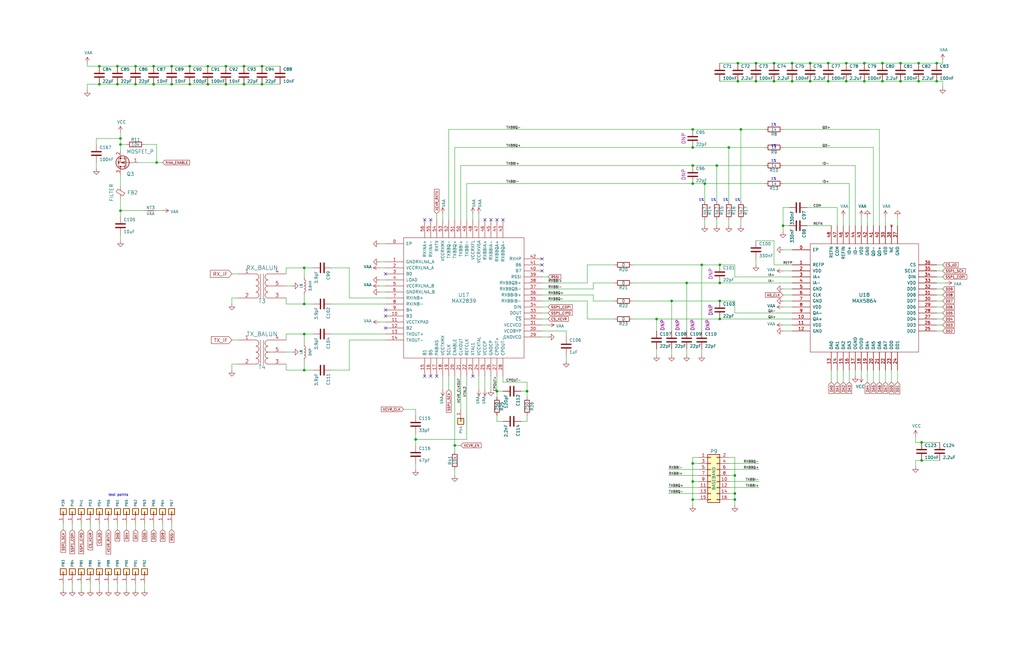
<source format=kicad_sch>
(kicad_sch (version 20211123) (generator eeschema)
  (paper "USLedger")
  (title_block (title "HackRF One") (date "2022-08-29") (rev "r9") (company "Copyright 2012-2022 Great Scott Gadgets") (comment 1 "Michael Ossmann") (comment 2 "Licensed under the CERN-OHL-P v2"))
  (junction (at 80.01 27.94))
  (junction (at 292.1 62.23))
  (junction (at 334.01 34.29))
  (junction (at 326.39 26.67))
  (junction (at 80.01 35.56))
  (junction (at 128.27 113.03))
  (junction (at 209.55 165.1))
  (junction (at 341.63 26.67))
  (junction (at 303.53 134.62))
  (junction (at 341.63 34.29))
  (junction (at 388.62 186.69))
  (junction (at 110.49 35.56))
  (junction (at 312.42 54.61))
  (junction (at 95.25 35.56))
  (junction (at 311.15 34.29))
  (junction (at 388.62 194.31))
  (junction (at 379.73 34.29))
  (junction (at 364.49 26.67))
  (junction (at 276.86 134.62))
  (junction (at 307.34 62.23))
  (junction (at 379.73 26.67))
  (junction (at 283.21 127))
  (junction (at 356.87 26.67))
  (junction (at 128.27 140.97))
  (junction (at 57.15 27.94))
  (junction (at 334.01 26.67))
  (junction (at 110.49 27.94))
  (junction (at 128.27 156.21))
  (junction (at 292.1 210.82))
  (junction (at 326.39 34.29))
  (junction (at 49.53 35.56))
  (junction (at 102.87 27.94))
  (junction (at 292.1 69.85))
  (junction (at 128.27 128.27))
  (junction (at 289.56 119.38))
  (junction (at 41.91 35.56))
  (junction (at 364.49 34.29))
  (junction (at 311.15 26.67))
  (junction (at 41.91 27.94))
  (junction (at 87.63 35.56))
  (junction (at 292.1 203.2))
  (junction (at 95.25 27.94))
  (junction (at 297.18 77.47))
  (junction (at 72.39 27.94))
  (junction (at 64.77 35.56))
  (junction (at 309.88 208.28))
  (junction (at 303.53 119.38))
  (junction (at 50.8 58.42))
  (junction (at 175.26 185.42))
  (junction (at 292.1 195.58))
  (junction (at 330.2 95.25))
  (junction (at 87.63 27.94))
  (junction (at 102.87 35.56))
  (junction (at 64.77 27.94))
  (junction (at 318.77 26.67))
  (junction (at 57.15 35.56))
  (junction (at 292.1 54.61))
  (junction (at 50.8 60.96))
  (junction (at 292.1 77.47))
  (junction (at 222.25 165.1))
  (junction (at 372.11 34.29))
  (junction (at 387.35 26.67))
  (junction (at 318.77 34.29))
  (junction (at 394.97 26.67))
  (junction (at 356.87 34.29))
  (junction (at 295.91 111.76))
  (junction (at 303.53 127))
  (junction (at 302.26 69.85))
  (junction (at 303.53 111.76))
  (junction (at 372.11 26.67))
  (junction (at 394.97 34.29))
  (junction (at 49.53 27.94))
  (junction (at 50.8 88.9))
  (junction (at 387.35 34.29))
  (junction (at 349.25 34.29))
  (junction (at 309.88 210.82))
  (junction (at 72.39 35.56))
  (junction (at 309.88 200.66))
  (junction (at 191.77 187.96))
  (junction (at 349.25 26.67))
  (junction (at 66.04 68.58))
  (no_connect (at 162.56 115.57))
  (no_connect (at 184.15 158.75))
  (no_connect (at 207.01 92.71))
  (no_connect (at 199.39 158.75))
  (no_connect (at 228.6 114.3))
  (no_connect (at 162.56 138.43))
  (no_connect (at 228.6 109.22))
  (no_connect (at 162.56 133.35))
  (no_connect (at 181.61 92.71))
  (no_connect (at 179.07 92.71))
  (no_connect (at 212.09 92.71))
  (no_connect (at 181.61 158.75))
  (no_connect (at 209.55 92.71))
  (no_connect (at 162.56 130.81))
  (no_connect (at 228.6 111.76))
  (no_connect (at 179.07 158.75))
  (no_connect (at 204.47 92.71))
  (wire (pts (xy 326.39 26.67) (xy 334.01 26.67)))
  (wire (pts (xy 250.19 124.46) (xy 250.19 127)))
  (wire (pts (xy 302.26 69.85) (xy 302.26 85.09)))
  (wire (pts (xy 326.39 34.29) (xy 334.01 34.29)))
  (wire (pts (xy 318.77 111.76) (xy 318.77 109.22)))
  (wire (pts (xy 394.97 114.3) (xy 397.51 114.3)))
  (wire (pts (xy 30.48 246.38) (xy 30.48 248.92)))
  (wire (pts (xy 250.19 121.92) (xy 250.19 119.38)))
  (wire (pts (xy 353.06 161.29) (xy 353.06 156.21)))
  (wire (pts (xy 40.64 58.42) (xy 50.8 58.42)))
  (wire (pts (xy 72.39 35.56) (xy 80.01 35.56)))
  (wire (pts (xy 365.76 156.21) (xy 365.76 161.29)))
  (wire (pts (xy 294.64 193.04) (xy 292.1 193.04)))
  (wire (pts (xy 294.64 210.82) (xy 292.1 210.82)))
  (wire (pts (xy 50.8 60.96) (xy 53.34 60.96)))
  (wire (pts (xy 349.25 34.29) (xy 356.87 34.29)))
  (wire (pts (xy 326.39 111.76) (xy 326.39 101.6)))
  (wire (pts (xy 302.26 92.71) (xy 302.26 95.25)))
  (wire (pts (xy 326.39 101.6) (xy 318.77 101.6)))
  (wire (pts (xy 303.53 119.38) (xy 334.01 119.38)))
  (wire (pts (xy 394.97 134.62) (xy 397.51 134.62)))
  (wire (pts (xy 388.62 194.31) (xy 396.24 194.31)))
  (wire (pts (xy 330.2 105.41) (xy 334.01 105.41)))
  (wire (pts (xy 100.33 115.57) (xy 97.79 115.57)))
  (wire (pts (xy 60.96 246.38) (xy 60.96 248.92)))
  (wire (pts (xy 45.72 246.38) (xy 45.72 248.92)))
  (wire (pts (xy 266.7 119.38) (xy 289.56 119.38)))
  (wire (pts (xy 194.31 69.85) (xy 292.1 69.85)))
  (wire (pts (xy 40.64 71.12) (xy 40.64 68.58)))
  (wire (pts (xy 38.1 220.98) (xy 38.1 223.52)))
  (wire (pts (xy 312.42 54.61) (xy 312.42 85.09)))
  (wire (pts (xy 373.38 156.21) (xy 373.38 161.29)))
  (wire (pts (xy 139.7 128.27) (xy 162.56 128.27)))
  (wire (pts (xy 302.26 69.85) (xy 322.58 69.85)))
  (wire (pts (xy 209.55 165.1) (xy 209.55 167.64)))
  (wire (pts (xy 41.91 27.94) (xy 49.53 27.94)))
  (wire (pts (xy 207.01 158.75) (xy 207.01 164.465)))
  (wire (pts (xy 292.1 210.82) (xy 292.1 213.36)))
  (wire (pts (xy 350.52 156.21) (xy 350.52 161.29)))
  (wire (pts (xy 247.65 111.76) (xy 259.08 111.76)))
  (wire (pts (xy 289.56 119.38) (xy 289.56 139.7)))
  (wire (pts (xy 191.77 190.5) (xy 191.77 187.96)))
  (wire (pts (xy 57.15 220.98) (xy 57.15 223.52)))
  (wire (pts (xy 222.25 177.8) (xy 222.25 175.26)))
  (wire (pts (xy 80.01 27.94) (xy 87.63 27.94)))
  (wire (pts (xy 281.94 208.28) (xy 294.64 208.28)))
  (wire (pts (xy 212.09 161.29) (xy 212.09 158.75)))
  (wire (pts (xy 394.97 116.84) (xy 397.51 116.84)))
  (wire (pts (xy 41.91 220.98) (xy 41.91 223.52)))
  (wire (pts (xy 297.18 77.47) (xy 322.58 77.47)))
  (wire (pts (xy 360.68 69.85) (xy 330.2 69.85)))
  (wire (pts (xy 379.73 34.29) (xy 387.35 34.29)))
  (wire (pts (xy 120.65 113.03) (xy 120.65 115.57)))
  (wire (pts (xy 120.65 156.21) (xy 128.27 156.21)))
  (wire (pts (xy 72.39 220.98) (xy 72.39 223.52)))
  (wire (pts (xy 318.77 34.29) (xy 326.39 34.29)))
  (wire (pts (xy 147.32 156.21) (xy 147.32 143.51)))
  (wire (pts (xy 330.2 129.54) (xy 334.01 129.54)))
  (wire (pts (xy 50.8 83.82) (xy 50.8 88.9)))
  (wire (pts (xy 60.96 88.9) (xy 50.8 88.9)))
  (wire (pts (xy 95.25 35.56) (xy 102.87 35.56)))
  (wire (pts (xy 292.1 195.58) (xy 292.1 203.2)))
  (wire (pts (xy 320.04 198.12) (xy 307.34 198.12)))
  (wire (pts (xy 147.32 113.03) (xy 147.32 125.73)))
  (wire (pts (xy 266.7 127) (xy 283.21 127)))
  (wire (pts (xy 38.1 246.38) (xy 38.1 248.92)))
  (wire (pts (xy 49.53 246.38) (xy 49.53 248.92)))
  (wire (pts (xy 139.7 156.21) (xy 147.32 156.21)))
  (wire (pts (xy 209.55 158.75) (xy 209.55 165.1)))
  (wire (pts (xy 58.42 68.58) (xy 66.04 68.58)))
  (wire (pts (xy 370.84 95.25) (xy 370.84 54.61)))
  (wire (pts (xy 320.04 205.74) (xy 307.34 205.74)))
  (wire (pts (xy 50.8 60.96) (xy 50.8 63.5)))
  (wire (pts (xy 386.08 196.85) (xy 386.08 194.31)))
  (wire (pts (xy 360.68 95.25) (xy 360.68 69.85)))
  (wire (pts (xy 49.53 27.94) (xy 57.15 27.94)))
  (wire (pts (xy 238.76 139.7) (xy 238.76 142.24)))
  (wire (pts (xy 139.7 113.03) (xy 147.32 113.03)))
  (wire (pts (xy 387.35 34.29) (xy 394.97 34.29)))
  (wire (pts (xy 379.73 26.67) (xy 387.35 26.67)))
  (wire (pts (xy 334.01 111.76) (xy 326.39 111.76)))
  (wire (pts (xy 160.02 135.89) (xy 162.56 135.89)))
  (wire (pts (xy 41.91 246.38) (xy 41.91 248.92)))
  (wire (pts (xy 128.27 140.97) (xy 128.27 144.78)))
  (wire (pts (xy 289.56 119.38) (xy 303.53 119.38)))
  (wire (pts (xy 87.63 35.56) (xy 95.25 35.56)))
  (wire (pts (xy 128.27 113.03) (xy 132.08 113.03)))
  (wire (pts (xy 120.65 128.27) (xy 128.27 128.27)))
  (wire (pts (xy 276.86 147.32) (xy 276.86 149.86)))
  (wire (pts (xy 194.31 92.71) (xy 194.31 69.85)))
  (wire (pts (xy 209.55 175.26) (xy 209.55 177.8)))
  (wire (pts (xy 311.15 26.67) (xy 318.77 26.67)))
  (wire (pts (xy 303.53 127) (xy 309.88 127)))
  (wire (pts (xy 36.83 35.56) (xy 36.83 38.1)))
  (wire (pts (xy 34.29 220.98) (xy 34.29 223.52)))
  (wire (pts (xy 309.88 111.76) (xy 309.88 116.84)))
  (wire (pts (xy 320.04 203.2) (xy 307.34 203.2)))
  (wire (pts (xy 320.04 195.58) (xy 307.34 195.58)))
  (wire (pts (xy 120.65 113.03) (xy 128.27 113.03)))
  (wire (pts (xy 283.21 127) (xy 303.53 127)))
  (wire (pts (xy 364.49 34.29) (xy 372.11 34.29)))
  (wire (pts (xy 294.64 195.58) (xy 292.1 195.58)))
  (wire (pts (xy 191.77 62.23) (xy 292.1 62.23)))
  (wire (pts (xy 191.77 187.96) (xy 194.31 187.96)))
  (wire (pts (xy 228.6 129.54) (xy 231.14 129.54)))
  (wire (pts (xy 228.6 132.08) (xy 231.14 132.08)))
  (wire (pts (xy 303.53 134.62) (xy 334.01 134.62)))
  (wire (pts (xy 160.02 123.19) (xy 162.56 123.19)))
  (wire (pts (xy 160.02 120.65) (xy 162.56 120.65)))
  (wire (pts (xy 175.26 175.26) (xy 175.26 172.72)))
  (wire (pts (xy 128.27 152.4) (xy 128.27 156.21)))
  (wire (pts (xy 72.39 27.94) (xy 80.01 27.94)))
  (wire (pts (xy 330.2 124.46) (xy 334.01 124.46)))
  (wire (pts (xy 295.91 147.32) (xy 295.91 149.86)))
  (wire (pts (xy 363.22 158.75) (xy 363.22 156.21)))
  (wire (pts (xy 394.97 129.54) (xy 397.51 129.54)))
  (wire (pts (xy 120.65 143.51) (xy 120.65 140.97)))
  (wire (pts (xy 123.19 120.65) (xy 120.65 120.65)))
  (wire (pts (xy 309.88 127) (xy 309.88 132.08)))
  (wire (pts (xy 281.94 200.66) (xy 294.64 200.66)))
  (wire (pts (xy 247.65 127) (xy 228.6 127)))
  (wire (pts (xy 36.83 27.94) (xy 41.91 27.94)))
  (wire (pts (xy 297.18 95.25) (xy 297.18 92.71)))
  (wire (pts (xy 373.38 91.44) (xy 373.38 95.25)))
  (wire (pts (xy 50.8 73.66) (xy 50.8 78.74)))
  (wire (pts (xy 368.3 62.23) (xy 330.2 62.23)))
  (wire (pts (xy 191.77 200.66) (xy 191.77 198.12)))
  (wire (pts (xy 50.8 101.6) (xy 50.8 99.06)))
  (wire (pts (xy 199.39 90.17) (xy 199.39 92.71)))
  (wire (pts (xy 356.87 26.67) (xy 364.49 26.67)))
  (wire (pts (xy 228.6 124.46) (xy 250.19 124.46)))
  (wire (pts (xy 175.26 198.12) (xy 175.26 195.58)))
  (wire (pts (xy 204.47 158.75) (xy 204.47 164.465)))
  (wire (pts (xy 128.27 156.21) (xy 132.08 156.21)))
  (wire (pts (xy 189.23 158.75) (xy 189.23 164.465)))
  (wire (pts (xy 386.08 194.31) (xy 388.62 194.31)))
  (wire (pts (xy 349.25 26.67) (xy 356.87 26.67)))
  (wire (pts (xy 394.97 139.7) (xy 397.51 139.7)))
  (wire (pts (xy 355.6 91.44) (xy 355.6 95.25)))
  (wire (pts (xy 231.14 137.16) (xy 228.6 137.16)))
  (wire (pts (xy 330.2 95.25) (xy 330.2 97.79)))
  (wire (pts (xy 283.21 139.7) (xy 283.21 127)))
  (wire (pts (xy 222.25 161.29) (xy 212.09 161.29)))
  (wire (pts (xy 228.6 121.92) (xy 250.19 121.92)))
  (wire (pts (xy 387.35 26.67) (xy 394.97 26.67)))
  (wire (pts (xy 309.88 132.08) (xy 334.01 132.08)))
  (wire (pts (xy 289.56 147.32) (xy 289.56 149.86)))
  (wire (pts (xy 238.76 152.4) (xy 238.76 149.86)))
  (wire (pts (xy 102.87 27.94) (xy 110.49 27.94)))
  (wire (pts (xy 394.97 137.16) (xy 397.51 137.16)))
  (wire (pts (xy 307.34 92.71) (xy 307.34 95.25)))
  (wire (pts (xy 295.91 111.76) (xy 303.53 111.76)))
  (wire (pts (xy 228.6 119.38) (xy 247.65 119.38)))
  (wire (pts (xy 45.72 223.52) (xy 45.72 220.98)))
  (wire (pts (xy 196.85 158.75) (xy 196.85 185.42)))
  (wire (pts (xy 97.79 143.51) (xy 100.33 143.51)))
  (wire (pts (xy 303.53 26.67) (xy 311.15 26.67)))
  (wire (pts (xy 356.87 34.29) (xy 364.49 34.29)))
  (wire (pts (xy 307.34 208.28) (xy 309.88 208.28)))
  (wire (pts (xy 50.8 88.9) (xy 50.8 91.44)))
  (wire (pts (xy 368.3 156.21) (xy 368.3 161.29)))
  (wire (pts (xy 222.25 165.1) (xy 219.71 165.1)))
  (wire (pts (xy 196.85 77.47) (xy 292.1 77.47)))
  (wire (pts (xy 341.63 34.29) (xy 349.25 34.29)))
  (wire (pts (xy 309.88 208.28) (xy 309.88 210.82)))
  (wire (pts (xy 120.65 153.67) (xy 120.65 156.21)))
  (wire (pts (xy 330.2 87.63) (xy 330.2 95.25)))
  (wire (pts (xy 196.85 92.71) (xy 196.85 77.47)))
  (wire (pts (xy 292.1 193.04) (xy 292.1 195.58)))
  (wire (pts (xy 184.15 90.17) (xy 184.15 92.71)))
  (wire (pts (xy 102.87 35.56) (xy 110.49 35.56)))
  (wire (pts (xy 283.21 147.32) (xy 283.21 149.86)))
  (wire (pts (xy 175.26 182.88) (xy 175.26 185.42)))
  (wire (pts (xy 194.31 172.72) (xy 194.31 158.75)))
  (wire (pts (xy 53.34 223.52) (xy 53.34 220.98)))
  (wire (pts (xy 266.7 134.62) (xy 276.86 134.62)))
  (wire (pts (xy 160.02 113.03) (xy 162.56 113.03)))
  (wire (pts (xy 394.97 132.08) (xy 397.51 132.08)))
  (wire (pts (xy 394.97 124.46) (xy 397.51 124.46)))
  (wire (pts (xy 118.11 35.56) (xy 110.49 35.56)))
  (wire (pts (xy 128.27 124.46) (xy 128.27 128.27)))
  (wire (pts (xy 378.46 156.21) (xy 378.46 161.29)))
  (wire (pts (xy 358.14 77.47) (xy 358.14 95.25)))
  (wire (pts (xy 250.19 119.38) (xy 259.08 119.38)))
  (wire (pts (xy 95.25 27.94) (xy 102.87 27.94)))
  (wire (pts (xy 353.06 87.63) (xy 340.36 87.63)))
  (wire (pts (xy 294.64 203.2) (xy 292.1 203.2)))
  (wire (pts (xy 191.77 92.71) (xy 191.77 62.23)))
  (wire (pts (xy 41.91 35.56) (xy 49.53 35.56)))
  (wire (pts (xy 378.46 91.44) (xy 378.46 95.25)))
  (wire (pts (xy 358.14 161.29) (xy 358.14 156.21)))
  (wire (pts (xy 309.88 200.66) (xy 309.88 208.28)))
  (wire (pts (xy 128.27 116.84) (xy 128.27 113.03)))
  (wire (pts (xy 212.09 165.1) (xy 209.55 165.1)))
  (wire (pts (xy 330.2 121.92) (xy 334.01 121.92)))
  (wire (pts (xy 160.02 102.87) (xy 162.56 102.87)))
  (wire (pts (xy 394.97 26.67) (xy 397.51 26.67)))
  (wire (pts (xy 189.23 54.61) (xy 292.1 54.61)))
  (wire (pts (xy 219.71 177.8) (xy 222.25 177.8)))
  (wire (pts (xy 388.62 186.69) (xy 396.24 186.69)))
  (wire (pts (xy 370.84 156.21) (xy 370.84 161.29)))
  (wire (pts (xy 332.74 87.63) (xy 330.2 87.63)))
  (wire (pts (xy 123.19 148.59) (xy 120.65 148.59)))
  (wire (pts (xy 147.32 143.51) (xy 162.56 143.51)))
  (wire (pts (xy 50.8 55.88) (xy 50.8 58.42)))
  (wire (pts (xy 303.53 111.76) (xy 309.88 111.76)))
  (wire (pts (xy 100.33 153.67) (xy 97.79 153.67)))
  (wire (pts (xy 175.26 172.72) (xy 170.18 172.72)))
  (wire (pts (xy 397.51 34.29) (xy 397.51 36.83)))
  (wire (pts (xy 330.2 137.16) (xy 334.01 137.16)))
  (wire (pts (xy 307.34 62.23) (xy 322.58 62.23)))
  (wire (pts (xy 66.04 60.96) (xy 66.04 68.58)))
  (wire (pts (xy 311.15 34.29) (xy 318.77 34.29)))
  (wire (pts (xy 309.88 116.84) (xy 334.01 116.84)))
  (wire (pts (xy 386.08 186.69) (xy 388.62 186.69)))
  (wire (pts (xy 370.84 54.61) (xy 330.2 54.61)))
  (wire (pts (xy 26.67 246.38) (xy 26.67 248.92)))
  (wire (pts (xy 341.63 26.67) (xy 349.25 26.67)))
  (wire (pts (xy 397.51 26.67) (xy 397.51 25.4)))
  (wire (pts (xy 309.88 210.82) (xy 309.88 213.36)))
  (wire (pts (xy 186.69 90.17) (xy 186.69 92.71)))
  (wire (pts (xy 358.14 77.47) (xy 330.2 77.47)))
  (wire (pts (xy 281.94 205.74) (xy 294.64 205.74)))
  (wire (pts (xy 68.58 223.52) (xy 68.58 220.98)))
  (wire (pts (xy 276.86 134.62) (xy 276.86 139.7)))
  (wire (pts (xy 139.7 140.97) (xy 162.56 140.97)))
  (wire (pts (xy 292.1 77.47) (xy 297.18 77.47)))
  (wire (pts (xy 292.1 54.61) (xy 312.42 54.61)))
  (wire (pts (xy 334.01 26.67) (xy 341.63 26.67)))
  (wire (pts (xy 340.36 95.25) (xy 350.52 95.25)))
  (wire (pts (xy 332.74 95.25) (xy 330.2 95.25)))
  (wire (pts (xy 53.34 246.38) (xy 53.34 248.92)))
  (wire (pts (xy 292.1 62.23) (xy 307.34 62.23)))
  (wire (pts (xy 87.63 27.94) (xy 95.25 27.94)))
  (wire (pts (xy 303.53 34.29) (xy 311.15 34.29)))
  (wire (pts (xy 394.97 127) (xy 397.51 127)))
  (wire (pts (xy 250.19 127) (xy 259.08 127)))
  (wire (pts (xy 64.77 223.52) (xy 64.77 220.98)))
  (wire (pts (xy 372.11 34.29) (xy 379.73 34.29)))
  (wire (pts (xy 209.55 177.8) (xy 212.09 177.8)))
  (wire (pts (xy 360.68 158.75) (xy 360.68 156.21)))
  (wire (pts (xy 276.86 134.62) (xy 303.53 134.62)))
  (wire (pts (xy 222.25 161.29) (xy 222.25 165.1)))
  (wire (pts (xy 228.6 139.7) (xy 238.76 139.7)))
  (wire (pts (xy 297.18 77.47) (xy 297.18 85.09)))
  (wire (pts (xy 160.02 118.11) (xy 162.56 118.11)))
  (wire (pts (xy 330.2 114.3) (xy 334.01 114.3)))
  (wire (pts (xy 259.08 134.62) (xy 247.65 134.62)))
  (wire (pts (xy 66.04 68.58) (xy 68.58 68.58)))
  (wire (pts (xy 330.2 127) (xy 334.01 127)))
  (wire (pts (xy 363.22 91.44) (xy 363.22 95.25)))
  (wire (pts (xy 80.01 35.56) (xy 87.63 35.56)))
  (wire (pts (xy 201.93 90.17) (xy 201.93 92.71)))
  (wire (pts (xy 330.2 139.7) (xy 334.01 139.7)))
  (wire (pts (xy 186.69 158.75) (xy 186.69 164.465)))
  (wire (pts (xy 375.92 156.21) (xy 375.92 161.29)))
  (wire (pts (xy 120.65 140.97) (xy 128.27 140.97)))
  (wire (pts (xy 57.15 246.38) (xy 57.15 248.92)))
  (wire (pts (xy 364.49 26.67) (xy 372.11 26.67)))
  (wire (pts (xy 97.79 128.27) (xy 97.79 125.73)))
  (wire (pts (xy 66.04 88.9) (xy 68.58 88.9)))
  (wire (pts (xy 160.02 110.49) (xy 162.56 110.49)))
  (wire (pts (xy 398.78 119.38) (xy 394.97 119.38)))
  (wire (pts (xy 57.15 27.94) (xy 64.77 27.94)))
  (wire (pts (xy 49.53 220.98) (xy 49.53 223.52)))
  (wire (pts (xy 394.97 121.92) (xy 397.51 121.92)))
  (wire (pts (xy 372.11 26.67) (xy 379.73 26.67)))
  (wire (pts (xy 355.6 156.21) (xy 355.6 161.29)))
  (wire (pts (xy 201.93 158.75) (xy 201.93 164.465)))
  (wire (pts (xy 120.65 125.73) (xy 120.65 128.27)))
  (wire (pts (xy 60.96 220.98) (xy 60.96 223.52)))
  (wire (pts (xy 30.48 220.98) (xy 30.48 223.52)))
  (wire (pts (xy 128.27 140.97) (xy 132.08 140.97)))
  (wire (pts (xy 64.77 27.94) (xy 72.39 27.94)))
  (wire (pts (xy 365.76 91.44) (xy 365.76 95.25)))
  (wire (pts (xy 175.26 185.42) (xy 175.26 187.96)))
  (wire (pts (xy 57.15 35.56) (xy 64.77 35.56)))
  (wire (pts (xy 307.34 193.04) (xy 309.88 193.04)))
  (wire (pts (xy 34.29 246.38) (xy 34.29 248.92)))
  (wire (pts (xy 368.3 62.23) (xy 368.3 95.25)))
  (wire (pts (xy 64.77 35.56) (xy 72.39 35.56)))
  (wire (pts (xy 196.85 185.42) (xy 175.26 185.42)))
  (wire (pts (xy 26.67 220.98) (xy 26.67 223.52)))
  (wire (pts (xy 40.64 60.96) (xy 40.64 58.42)))
  (wire (pts (xy 266.7 111.76) (xy 295.91 111.76)))
  (wire (pts (xy 49.53 35.56) (xy 57.15 35.56)))
  (wire (pts (xy 97.79 125.73) (xy 100.33 125.73)))
  (wire (pts (xy 394.97 34.29) (xy 397.51 34.29)))
  (wire (pts (xy 318.77 26.67) (xy 326.39 26.67)))
  (wire (pts (xy 386.08 184.15) (xy 386.08 186.69)))
  (wire (pts (xy 147.32 125.73) (xy 162.56 125.73)))
  (wire (pts (xy 247.65 119.38) (xy 247.65 111.76)))
  (wire (pts (xy 50.8 58.42) (xy 50.8 60.96)))
  (wire (pts (xy 228.6 116.84) (xy 231.14 116.84)))
  (wire (pts (xy 281.94 198.12) (xy 294.64 198.12)))
  (wire (pts (xy 312.42 54.61) (xy 322.58 54.61)))
  (wire (pts (xy 307.34 210.82) (xy 309.88 210.82)))
  (wire (pts (xy 307.34 62.23) (xy 307.34 85.09)))
  (wire (pts (xy 334.01 34.29) (xy 341.63 34.29)))
  (wire (pts (xy 394.97 111.76) (xy 397.51 111.76)))
  (wire (pts (xy 110.49 27.94) (xy 118.11 27.94)))
  (wire (pts (xy 189.23 54.61) (xy 189.23 92.71)))
  (wire (pts (xy 36.83 27.94) (xy 36.83 26.67)))
  (wire (pts (xy 292.1 203.2) (xy 292.1 210.82)))
  (wire (pts (xy 295.91 139.7) (xy 295.91 111.76)))
  (wire (pts (xy 228.6 134.62) (xy 231.14 134.62)))
  (wire (pts (xy 36.83 35.56) (xy 41.91 35.56)))
  (wire (pts (xy 222.25 165.1) (xy 222.25 167.64)))
  (wire (pts (xy 128.27 128.27) (xy 132.08 128.27)))
  (wire (pts (xy 191.77 187.96) (xy 191.77 158.75)))
  (wire (pts (xy 292.1 69.85) (xy 302.26 69.85)))
  (wire (pts (xy 60.96 60.96) (xy 66.04 60.96)))
  (wire (pts (xy 307.34 200.66) (xy 309.88 200.66)))
  (wire (pts (xy 247.65 134.62) (xy 247.65 127)))
  (wire (pts (xy 309.88 193.04) (xy 309.88 200.66)))
  (wire (pts (xy 231.14 142.24) (xy 228.6 142.24)))
  (wire (pts (xy 312.42 92.71) (xy 312.42 95.25)))
  (wire (pts (xy 97.79 153.67) (xy 97.79 156.21)))
  (wire (pts (xy 353.06 95.25) (xy 353.06 87.63)))
  (text "1%" (at 299.72 85.09 0) (effects (font (size 1.016 1.016)) (justify left bottom)))
  (text "1%" (at 325.12 62.23 0) (effects (font (size 1.016 1.016)) (justify left bottom)))
  (text "1%" (at 325.12 76.2 0) (effects (font (size 1.016 1.016)) (justify left bottom)))
  (text "1%" (at 294.64 85.09 0) (effects (font (size 1.016 1.016)) (justify left bottom)))
  (text "1%" (at 325.12 53.34 0) (effects (font (size 1.016 1.016)) (justify left bottom)))
  (text "1%" (at 309.88 85.09 0) (effects (font (size 1.016 1.016)) (justify left bottom)))
  (text "1%" (at 304.8 85.09 0) (effects (font (size 1.016 1.016)) (justify left bottom)))
  (text "test points" (at 45.72 209.55 0) (effects (font (size 1.016 1.016)) (justify left bottom)))
  (text "1%" (at 325.12 68.58 0) (effects (font (size 1.016 1.016)) (justify left bottom)))
  (label "QD-" (at 346.71 62.23 0) (effects (font (size 1.016 1.016))))
  (label "CPOUT-" (at 213.36 161.29 0) (effects (font (size 1.016 1.016))))
  (label "TXBBQ-" (at 281.94 208.28 0) (effects (font (size 1.016 1.016))))
  (label "QD+" (at 346.71 54.61 0) (effects (font (size 1.016 1.016))))
  (label "TXBBQ+" (at 281.94 205.74 0) (effects (font (size 1.016 1.016))))
  (label "TXBBI+" (at 320.04 205.74 180) (effects (font (size 1.016 1.016))))
  (label "COM" (at 342.9 87.63 0) (effects (font (size 1.016 1.016))))
  (label "RXBBQ-" (at 231.14 127 0) (effects (font (size 1.016 1.016))))
  (label "XTAL2" (at 196.85 167.64 90) (effects (font (size 1.016 1.016))))
  (label "TXBBQ+" (at 213.36 62.23 0) (effects (font (size 1.016 1.016))))
  (label "ID-" (at 346.71 69.85 0) (effects (font (size 1.016 1.016))))
  (label "TXBBI-" (at 320.04 203.2 180) (effects (font (size 1.016 1.016))))
  (label "CPOUT+" (at 209.55 165.1 90) (effects (font (size 1.016 1.016))))
  (label "TXBBI-" (at 213.36 77.47 0) (effects (font (size 1.016 1.016))))
  (label "REFN" (at 342.9 95.25 0) (effects (font (size 1.016 1.016))))
  (label "IA-" (at 323.85 119.38 0) (effects (font (size 1.016 1.016))))
  (label "RXBBI+" (at 281.94 200.66 0) (effects (font (size 1.016 1.016))))
  (label "RXBBQ+" (at 231.14 124.46 0) (effects (font (size 1.016 1.016))))
  (label "QA+" (at 323.85 134.62 0) (effects (font (size 1.016 1.016))))
  (label "RXBBI-" (at 281.94 198.12 0) (effects (font (size 1.016 1.016))))
  (label "REFP" (at 330.2 111.76 0) (effects (font (size 1.016 1.016))))
  (label "ID+" (at 346.71 77.47 0) (effects (font (size 1.016 1.016))))
  (label "XCVR_CLKOUT" (at 194.31 170.18 90) (effects (font (size 1.016 1.016))))
  (label "IA+" (at 323.85 116.84 0) (effects (font (size 1.016 1.016))))
  (label "RXBBI+" (at 231.14 119.38 0) (effects (font (size 1.016 1.016))))
  (label "RXBBQ-" (at 320.04 195.58 180) (effects (font (size 1.016 1.016))))
  (label "TXBBI+" (at 213.36 69.85 0) (effects (font (size 1.016 1.016))))
  (label "RXBBQ+" (at 320.04 198.12 180) (effects (font (size 1.016 1.016))))
  (label "QA-" (at 323.85 132.08 0) (effects (font (size 1.016 1.016))))
  (label "RXBBI-" (at 231.14 121.92 0) (effects (font (size 1.016 1.016))))
  (label "TXBBQ-" (at 213.36 54.61 0) (effects (font (size 1.016 1.016))))
  (global_label "RX_IF" (shape input) (at 97.79 115.57 180) (effects (font (size 1.524 1.524))) (property "Intersheet References" "${INTERSHEET_REFS}" (effects hide)))
  (global_label "SSP1_SCK" (shape input) (at 189.23 164.465 270) (effects (font (size 1.016 1.016))) (property "Intersheet References" "${INTERSHEET_REFS}" (effects hide)))
  (global_label "XCVR_RXTX" (shape input) (at 184.15 90.17 90) (effects (font (size 1.016 1.016))) (property "Intersheet References" "${INTERSHEET_REFS}" (effects hide)))
  (global_label "XCVR_CLK" (shape input) (at 170.18 172.72 180) (effects (font (size 1.016 1.016))) (property "Intersheet References" "${INTERSHEET_REFS}" (effects hide)))
  (global_label "DA4" (shape input) (at 365.76 161.29 270) (effects (font (size 1.016 1.016))) (property "Intersheet References" "${INTERSHEET_REFS}" (effects hide)))
  (global_label "RSSI" (shape input) (at 231.14 116.84 0) (effects (font (size 1.016 1.016))) (property "Intersheet References" "${INTERSHEET_REFS}" (effects hide)))
  (global_label "CS_XCVR" (shape input) (at 38.1 223.52 270) (effects (font (size 1.016 1.016))) (property "Intersheet References" "${INTERSHEET_REFS}" (effects hide)))
  (global_label "DD3" (shape input) (at 397.51 137.16 0) (effects (font (size 1.016 1.016))) (property "Intersheet References" "${INTERSHEET_REFS}" (effects hide)))
  (global_label "DA6" (shape input) (at 370.84 161.29 270) (effects (font (size 1.016 1.016))) (property "Intersheet References" "${INTERSHEET_REFS}" (effects hide)))
  (global_label "DD5" (shape input) (at 397.51 132.08 0) (effects (font (size 1.016 1.016))) (property "Intersheet References" "${INTERSHEET_REFS}" (effects hide)))
  (global_label "XCVR_EN" (shape input) (at 194.31 187.96 0) (effects (font (size 1.016 1.016))) (property "Intersheet References" "${INTERSHEET_REFS}" (effects hide)))
  (global_label "DD8" (shape input) (at 397.51 124.46 0) (effects (font (size 1.016 1.016))) (property "Intersheet References" "${INTERSHEET_REFS}" (effects hide)))
  (global_label "SSP1_COPI" (shape input) (at 397.51 116.84 0) (effects (font (size 1.016 1.016))) (property "Intersheet References" "${INTERSHEET_REFS}" (effects hide)))
  (global_label "DD5" (shape input) (at 64.77 223.52 270) (effects (font (size 1.016 1.016))) (property "Intersheet References" "${INTERSHEET_REFS}" (effects hide)))
  (global_label "DD1" (shape input) (at 378.46 161.29 270) (effects (font (size 1.016 1.016))) (property "Intersheet References" "${INTERSHEET_REFS}" (effects hide)))
  (global_label "DA2" (shape input) (at 355.6 161.29 270) (effects (font (size 1.016 1.016))) (property "Intersheet References" "${INTERSHEET_REFS}" (effects hide)))
  (global_label "DD7" (shape input) (at 397.51 127 0) (effects (font (size 1.016 1.016))) (property "Intersheet References" "${INTERSHEET_REFS}" (effects hide)))
  (global_label "SSP1_SCK" (shape input) (at 397.51 114.3 0) (effects (font (size 1.016 1.016))) (property "Intersheet References" "${INTERSHEET_REFS}" (effects hide)))
  (global_label "DD9" (shape input) (at 68.58 223.52 270) (effects (font (size 1.016 1.016))) (property "Intersheet References" "${INTERSHEET_REFS}" (effects hide)))
  (global_label "DA0" (shape input) (at 49.53 223.52 270) (effects (font (size 1.016 1.016))) (property "Intersheet References" "${INTERSHEET_REFS}" (effects hide)))
  (global_label "SSP1_COPI" (shape input) (at 30.48 223.52 270) (effects (font (size 1.016 1.016))) (property "Intersheet References" "${INTERSHEET_REFS}" (effects hide)))
  (global_label "AD_CLK" (shape input) (at 330.2 124.46 180) (effects (font (size 1.016 1.016))) (property "Intersheet References" "${INTERSHEET_REFS}" (effects hide)))
  (global_label "DA5" (shape input) (at 368.3 161.29 270) (effects (font (size 1.016 1.016))) (property "Intersheet References" "${INTERSHEET_REFS}" (effects hide)))
  (global_label "RSSI" (shape input) (at 72.39 223.52 270) (effects (font (size 1.016 1.016))) (property "Intersheet References" "${INTERSHEET_REFS}" (effects hide)))
  (global_label "TX_IF" (shape input) (at 97.79 143.51 180) (effects (font (size 1.524 1.524))) (property "Intersheet References" "${INTERSHEET_REFS}" (effects hide)))
  (global_label "DD9" (shape input) (at 397.51 121.92 0) (effects (font (size 1.016 1.016))) (property "Intersheet References" "${INTERSHEET_REFS}" (effects hide)))
  (global_label "!VAA_ENABLE" (shape input) (at 68.58 68.58 0) (effects (font (size 1.016 1.016))) (property "Intersheet References" "${INTERSHEET_REFS}" (effects hide)))
  (global_label "SSP1_CIPO" (shape input) (at 231.14 132.08 0) (effects (font (size 1.016 1.016))) (property "Intersheet References" "${INTERSHEET_REFS}" (effects hide)))
  (global_label "SSP1_CIPO" (shape input) (at 34.29 223.52 270) (effects (font (size 1.016 1.016))) (property "Intersheet References" "${INTERSHEET_REFS}" (effects hide)))
  (global_label "DD6" (shape input) (at 397.51 129.54 0) (effects (font (size 1.016 1.016))) (property "Intersheet References" "${INTERSHEET_REFS}" (effects hide)))
  (global_label "DD4" (shape input) (at 397.51 134.62 0) (effects (font (size 1.016 1.016))) (property "Intersheet References" "${INTERSHEET_REFS}" (effects hide)))
  (global_label "CS_XCVR" (shape input) (at 231.14 134.62 0) (effects (font (size 1.016 1.016))) (property "Intersheet References" "${INTERSHEET_REFS}" (effects hide)))
  (global_label "XCVR_RXTX" (shape input) (at 45.72 223.52 270) (effects (font (size 1.016 1.016))) (property "Intersheet References" "${INTERSHEET_REFS}" (effects hide)))
  (global_label "SSP1_COPI" (shape input) (at 231.14 129.54 0) (effects (font (size 1.016 1.016))) (property "Intersheet References" "${INTERSHEET_REFS}" (effects hide)))
  (global_label "DA4" (shape input) (at 53.34 223.52 270) (effects (font (size 1.016 1.016))) (property "Intersheet References" "${INTERSHEET_REFS}" (effects hide)))
  (global_label "DA7" (shape input) (at 57.15 223.52 270) (effects (font (size 1.016 1.016))) (property "Intersheet References" "${INTERSHEET_REFS}" (effects hide)))
  (global_label "DD2" (shape input) (at 397.51 139.7 0) (effects (font (size 1.016 1.016))) (property "Intersheet References" "${INTERSHEET_REFS}" (effects hide)))
  (global_label "DD0" (shape input) (at 60.96 223.52 270) (effects (font (size 1.016 1.016))) (property "Intersheet References" "${INTERSHEET_REFS}" (effects hide)))
  (global_label "DA1" (shape input) (at 353.06 161.29 270) (effects (font (size 1.016 1.016))) (property "Intersheet References" "${INTERSHEET_REFS}" (effects hide)))
  (global_label "DA3" (shape input) (at 358.14 161.29 270) (effects (font (size 1.016 1.016))) (property "Intersheet References" "${INTERSHEET_REFS}" (effects hide)))
  (global_label "DA0" (shape input) (at 350.52 161.29 270) (effects (font (size 1.016 1.016))) (property "Intersheet References" "${INTERSHEET_REFS}" (effects hide)))
  (global_label "DA7" (shape input) (at 373.38 161.29 270) (effects (font (size 1.016 1.016))) (property "Intersheet References" "${INTERSHEET_REFS}" (effects hide)))
  (global_label "SSP1_SCK" (shape input) (at 26.67 223.52 270) (effects (font (size 1.016 1.016))) (property "Intersheet References" "${INTERSHEET_REFS}" (effects hide)))
  (global_label "CS_AD" (shape input) (at 41.91 223.52 270) (effects (font (size 1.016 1.016))) (property "Intersheet References" "${INTERSHEET_REFS}" (effects hide)))
  (global_label "CS_AD" (shape input) (at 397.51 111.76 0) (effects (font (size 1.016 1.016))) (property "Intersheet References" "${INTERSHEET_REFS}" (effects hide)))
  (global_label "DD0" (shape input) (at 375.92 161.29 270) (effects (font (size 1.016 1.016))) (property "Intersheet References" "${INTERSHEET_REFS}" (effects hide)))
  (symbol (lib_id "hackrf:MAX2839") (at 195.58 125.73 0) (unit 1)
    (property "Reference" "U17" (at 195.58 124.46 0) (effects (font (size 1.524 1.524))))
    (property "Value" "MAX2839" (at 195.58 127 0) (effects (font (size 1.524 1.524))))
    (property "Footprint" "gsg-modules:QFN-56-1EP_8x8mm_P0.5mm_EP6.5x6.5mm_ThermalVias" (effects hide))
    (property "Manufacturer" "Maxim" (effects hide))
    (property "Part Number" "MAX2839ETN+" (effects hide))
    (property "Description" "IC RF TXRX CELLULAR 56WFQFN" (effects hide))
  )
  (symbol (lib_id "hackrf:MAX5864") (at 364.49 125.73 0) (unit 1)
    (property "Reference" "U18" (at 364.49 124.46 0) (effects (font (size 1.524 1.524))))
    (property "Value" "MAX5864" (at 364.49 127 0) (effects (font (size 1.524 1.524))))
    (property "Footprint" "hackrf:GSG-QFN48-7" (effects hide))
    (property "Manufacturer" "Maxim" (effects hide))
    (property "Part Number" "MAX5864ETM+" (effects hide))
    (property "Description" "IC ANLG FRONT END 22MSPS 48-TQFN" (effects hide))
  )
  (symbol (lib_id "power:GND") (at 160.02 102.87 270) (unit 1)
    (property "Reference" "#PWR0161" (effects hide))
    (property "Value" "GND" (effects hide))
  )
  (symbol (lib_id "power:GND") (at 160.02 110.49 270) (unit 1)
    (property "Reference" "#PWR0160" (effects hide))
    (property "Value" "GND" (effects hide))
  )
  (symbol (lib_id "Device:C") (at 41.91 31.75 0) (unit 1)
    (property "Reference" "C84" (at 43.18 29.21 0) (effects (justify left)))
    (property "Value" "22pF" (at 43.18 34.29 0) (effects (justify left)))
    (property "Footprint" "hackrf:GSG-0402" (effects hide))
    (property "Manufacturer" "Samsung" (effects hide))
    (property "Part Number" "CL05C220JB5NNNC" (effects hide))
    (property "Description" "CAP CER 22PF 50V 5% C0G/NP0 0402" (effects hide))
  )
  (symbol (lib_id "power:GND") (at 97.79 128.27 0) (unit 1)
    (property "Reference" "#PWR0159" (effects hide))
    (property "Value" "GND" (effects hide))
  )
  (symbol (lib_id "power:GND") (at 97.79 156.21 0) (unit 1)
    (property "Reference" "#PWR0158" (effects hide))
    (property "Value" "GND" (effects hide))
  )
  (symbol (lib_id "power:GND") (at 36.83 38.1 0) (unit 1)
    (property "Reference" "#PWR0157" (effects hide))
    (property "Value" "GND" (effects hide))
  )
  (symbol (lib_id "power:GND") (at 207.01 164.465 0) (unit 1)
    (property "Reference" "#PWR0156" (effects hide))
    (property "Value" "GND" (effects hide))
  )
  (symbol (lib_id "Device:C") (at 215.9 177.8 270) (unit 1)
    (property "Reference" "C114" (at 218.44 179.07 0) (effects (justify left)))
    (property "Value" "2.2nF" (at 213.36 179.07 0) (effects (justify left)))
    (property "Footprint" "hackrf:GSG-0402" (effects hide))
    (property "Manufacturer" "Murata" (effects hide))
    (property "Part Number" "GRM155R71H222KA01D" (effects hide))
    (property "Description" "CAP CER 2200PF 50V 10% X7R 0402" (effects hide))
  )
  (symbol (lib_id "Device:R") (at 209.55 171.45 0) (unit 1)
    (property "Reference" "R25" (at 211.582 171.45 90))
    (property "Value" "750" (at 209.55 171.45 90))
    (property "Footprint" "hackrf:GSG-0402" (effects hide))
    (property "Manufacturer" "Yageo" (effects hide))
    (property "Part Number" "RC0402FR-07750RL" (effects hide))
    (property "Description" "RES 750 OHM 1% 1/16W 0402" (effects hide))
  )
  (symbol (lib_id "Device:R") (at 222.25 171.45 0) (unit 1)
    (property "Reference" "R26" (at 224.282 171.45 90))
    (property "Value" "750" (at 222.25 171.45 90))
    (property "Footprint" "hackrf:GSG-0402" (effects hide))
    (property "Manufacturer" "Yageo" (effects hide))
    (property "Part Number" "RC0402FR-07750RL" (effects hide))
    (property "Description" "RES 750 OHM 1% 1/16W 0402" (effects hide))
  )
  (symbol (lib_id "Device:C") (at 238.76 146.05 0) (unit 1)
    (property "Reference" "C106" (at 240.03 143.51 0) (effects (justify left)))
    (property "Value" "1uF" (at 240.03 148.59 0) (effects (justify left)))
    (property "Footprint" "hackrf:GSG-0402" (effects hide))
    (property "Manufacturer" "Samsung" (effects hide))
    (property "Part Number" "CL05A105KP5NNNC" (effects hide))
    (property "Description" "CAP CER 1UF 10V 10% X5R 0402" (effects hide))
  )
  (symbol (lib_id "power:GND") (at 231.14 142.24 90) (unit 1)
    (property "Reference" "#PWR0155" (effects hide))
    (property "Value" "GND" (effects hide))
  )
  (symbol (lib_id "power:GND") (at 238.76 152.4 0) (unit 1)
    (property "Reference" "#PWR0154" (effects hide))
    (property "Value" "GND" (effects hide))
  )
  (symbol (lib_id "Device:R") (at 326.39 54.61 270) (unit 1)
    (property "Reference" "R8" (at 326.39 56.642 90))
    (property "Value" "1k" (at 326.39 54.61 90))
    (property "Footprint" "hackrf:GSG-0402" (effects hide))
    (property "Manufacturer" "Stackpole" (effects hide))
    (property "Part Number" "RMCF0402FT1K00" (effects hide))
    (property "Description" "RES 1K OHM 1/16W 1% 0402" (effects hide))
  )
  (symbol (lib_id "power:GND") (at 297.18 95.25 0) (unit 1)
    (property "Reference" "#PWR0153" (effects hide))
    (property "Value" "GND" (effects hide))
  )
  (symbol (lib_id "power:GND") (at 302.26 95.25 0) (unit 1)
    (property "Reference" "#PWR0152" (effects hide))
    (property "Value" "GND" (effects hide))
  )
  (symbol (lib_id "power:GND") (at 307.34 95.25 0) (unit 1)
    (property "Reference" "#PWR0151" (effects hide))
    (property "Value" "GND" (effects hide))
  )
  (symbol (lib_id "power:GND") (at 312.42 95.25 0) (unit 1)
    (property "Reference" "#PWR0150" (effects hide))
    (property "Value" "GND" (effects hide))
  )
  (symbol (lib_id "Device:C") (at 318.77 105.41 0) (unit 1)
    (property "Reference" "C100" (at 320.04 102.87 0) (effects (justify left)))
    (property "Value" "330nF" (at 320.04 107.95 0) (effects (justify left)))
    (property "Footprint" "hackrf:GSG-0402" (effects hide))
    (property "Manufacturer" "Yageo" (effects hide))
    (property "Part Number" "CC0402KRX5R6BB334" (effects hide))
    (property "Description" "CAP CER 0.33UF 10V 10% X5R 0402" (effects hide))
  )
  (symbol (lib_id "Device:C") (at 336.55 87.63 270) (unit 1)
    (property "Reference" "C97" (at 339.09 88.9 0) (effects (justify left)))
    (property "Value" "330nF" (at 334.01 88.9 0) (effects (justify left)))
    (property "Footprint" "hackrf:GSG-0402" (effects hide))
    (property "Manufacturer" "Yageo" (effects hide))
    (property "Part Number" "CC0402KRX5R6BB334" (effects hide))
    (property "Description" "CAP CER 0.33UF 10V 10% X5R 0402" (effects hide))
  )
  (symbol (lib_id "power:GND") (at 330.2 97.79 0) (unit 1)
    (property "Reference" "#PWR0149" (effects hide))
    (property "Value" "GND" (effects hide))
  )
  (symbol (lib_id "power:GND") (at 330.2 105.41 270) (unit 1)
    (property "Reference" "#PWR0148" (effects hide))
    (property "Value" "GND" (effects hide))
  )
  (symbol (lib_id "power:GND") (at 318.77 111.76 0) (unit 1)
    (property "Reference" "#PWR0147" (effects hide))
    (property "Value" "GND" (effects hide))
  )
  (symbol (lib_id "Device:C") (at 311.15 30.48 0) (unit 1)
    (property "Reference" "C72" (at 312.42 27.94 0) (effects (justify left)))
    (property "Value" "2.2uF" (at 312.42 33.02 0) (effects (justify left)))
    (property "Footprint" "hackrf:GSG-0402" (effects hide))
    (property "Manufacturer" "Taiyo Yuden" (effects hide))
    (property "Part Number" "LMK105BJ225MV-F" (effects hide))
    (property "Description" "CAP CER 2.2UF 10V 20% X5R 0402" (effects hide))
  )
  (symbol (lib_id "power:GND") (at 397.51 36.83 0) (unit 1)
    (property "Reference" "#PWR0146" (effects hide))
    (property "Value" "GND" (effects hide))
  )
  (symbol (lib_id "power:GND") (at 330.2 121.92 270) (unit 1)
    (property "Reference" "#PWR0145" (effects hide))
    (property "Value" "GND" (effects hide))
  )
  (symbol (lib_id "power:GND") (at 330.2 127 270) (unit 1)
    (property "Reference" "#PWR0144" (effects hide))
    (property "Value" "GND" (effects hide))
  )
  (symbol (lib_id "power:GND") (at 330.2 139.7 270) (unit 1)
    (property "Reference" "#PWR0143" (effects hide))
    (property "Value" "GND" (effects hide))
  )
  (symbol (lib_id "power:GND") (at 360.68 158.75 0) (unit 1)
    (property "Reference" "#PWR0142" (effects hide))
    (property "Value" "GND" (effects hide))
  )
  (symbol (lib_id "power:GND") (at 378.46 91.44 180) (unit 1)
    (property "Reference" "#PWR0141" (effects hide))
    (property "Value" "GND" (effects hide))
  )
  (symbol (lib_id "power:GND") (at 365.76 91.44 180) (unit 1)
    (property "Reference" "#PWR0140" (effects hide))
    (property "Value" "GND" (effects hide))
  )
  (symbol (lib_id "Device:C") (at 336.55 95.25 270) (unit 1)
    (property "Reference" "C98" (at 339.09 96.52 0) (effects (justify left)))
    (property "Value" "330nF" (at 334.01 96.52 0) (effects (justify left)))
    (property "Footprint" "hackrf:GSG-0402" (effects hide))
    (property "Manufacturer" "Yageo" (effects hide))
    (property "Part Number" "CC0402KRX5R6BB334" (effects hide))
    (property "Description" "CAP CER 0.33UF 10V 10% X5R 0402" (effects hide))
  )
  (symbol (lib_id "Device:C") (at 135.89 156.21 270) (unit 1)
    (property "Reference" "C111" (at 138.43 157.48 0) (effects (justify left)))
    (property "Value" "3.9pF" (at 133.35 157.48 0) (effects (justify left)))
    (property "Footprint" "hackrf:GSG-0402" (effects hide))
    (property "Manufacturer" "Murata" (effects hide))
    (property "Part Number" "GCM1555C1H3R9BA16D" (effects hide))
    (property "Description" "CAP CER 3.9PF 50V ±0.1pF C0G/NP0 0402" (effects hide))
  )
  (symbol (lib_id "Device:C") (at 135.89 140.97 270) (unit 1)
    (property "Reference" "C104" (at 138.43 142.24 0) (effects (justify left)))
    (property "Value" "3.9pF" (at 133.35 142.24 0) (effects (justify left)))
    (property "Footprint" "hackrf:GSG-0402" (effects hide))
    (property "Manufacturer" "Murata" (effects hide))
    (property "Part Number" "GCM1555C1H3R9BA16D" (effects hide))
    (property "Description" "CAP CER 3.9PF 50V ±0.1pF C0G/NP0 0402" (effects hide))
  )
  (symbol (lib_id "gsg-symbols:BALUN") (at 110.49 120.65 180) (unit 1)
    (property "Reference" "T3" (at 110.49 127 0) (effects (font (size 1.778 1.778))))
    (property "Value" "RX_BALUN" (at 110.49 113.03 0) (effects (font (size 1.778 1.778))))
    (property "Footprint" "hackrf:GSG-2500BL14M100" (effects hide))
    (property "Manufacturer" "Johanson Technology" (effects hide))
    (property "Part Number" "2500BL14M100T" (effects hide))
    (property "Description" "BALUN CERAMIC CHIP WIMAX 2.5GHZ" (effects hide))
    (property "Note" "Alternative part: Murata LDB182G4510G-120" (effects hide))
  )
  (symbol (lib_id "power:GND") (at 123.19 120.65 90) (unit 1)
    (property "Reference" "#PWR0139" (effects hide))
    (property "Value" "GND" (effects hide))
  )
  (symbol (lib_id "power:GND") (at 123.19 148.59 90) (unit 1)
    (property "Reference" "#PWR0138" (effects hide))
    (property "Value" "GND" (effects hide))
  )
  (symbol (lib_id "gsg-symbols:BALUN") (at 110.49 148.59 180) (unit 1)
    (property "Reference" "T4" (at 110.49 154.94 0) (effects (font (size 1.778 1.778))))
    (property "Value" "TX_BALUN" (at 110.49 140.97 0) (effects (font (size 1.778 1.778))))
    (property "Footprint" "hackrf:GSG-2500BL14M100" (effects hide))
    (property "Manufacturer" "Johanson Technology" (effects hide))
    (property "Part Number" "2500BL14M100T" (effects hide))
    (property "Description" "BALUN CERAMIC CHIP WIMAX 2.5GHZ" (effects hide))
    (property "Note" "Alternative part: Murata LDB182G4510G-120" (effects hide))
  )
  (symbol (lib_id "power:GND") (at 175.26 198.12 0) (unit 1)
    (property "Reference" "#PWR0137" (effects hide))
    (property "Value" "GND" (effects hide))
  )
  (symbol (lib_id "power:GND") (at 276.86 149.86 0) (unit 1)
    (property "Reference" "#PWR0136" (effects hide))
    (property "Value" "GND" (effects hide))
  )
  (symbol (lib_id "power:GND") (at 283.21 149.86 0) (unit 1)
    (property "Reference" "#PWR0135" (effects hide))
    (property "Value" "GND" (effects hide))
  )
  (symbol (lib_id "power:GND") (at 289.56 149.86 0) (unit 1)
    (property "Reference" "#PWR0134" (effects hide))
    (property "Value" "GND" (effects hide))
  )
  (symbol (lib_id "power:GND") (at 295.91 149.86 0) (unit 1)
    (property "Reference" "#PWR0133" (effects hide))
    (property "Value" "GND" (effects hide))
  )
  (symbol (lib_id "Device:R") (at 262.89 111.76 270) (unit 1)
    (property "Reference" "R20" (at 262.89 113.792 90))
    (property "Value" "0" (at 262.89 111.76 90))
    (property "Footprint" "hackrf:GSG-0402" (effects hide))
    (property "Manufacturer" "Stackpole" (effects hide))
    (property "Part Number" "RMCF0402ZT0R00" (effects hide))
    (property "Description" "RES 0.0 OHM 1/16W 0402 SMD" (effects hide))
  )
  (symbol (lib_id "Device:L") (at 128.27 120.65 0) (unit 1)
    (property "Reference" "L6" (at 127 120.65 90) (effects (font (size 1.016 1.016))))
    (property "Value" "3.0nH" (at 130.81 120.65 90) (effects (font (size 1.016 1.016))))
    (property "Footprint" "hackrf:GSG-0402" (effects hide))
    (property "Description" "FIXED IND 3NH 800MA 125MOHM ±0.1nH SMD" (effects hide))
    (property "Manufacturer" "Murata" (effects hide))
    (property "Part Number" "LQG15HS3N0B02D" (effects hide))
  )
  (symbol (lib_id "Device:L") (at 128.27 148.59 0) (unit 1)
    (property "Reference" "L8" (at 127 148.59 90) (effects (font (size 1.016 1.016))))
    (property "Value" "DNP" (at 130.81 148.59 90) (effects (font (size 1.016 1.016))))
    (property "Footprint" "hackrf:GSG-0402" (effects hide))
    (property "DNP" "DNP" (effects hide))
  )
  (symbol (lib_id "power:GND") (at 191.77 200.66 0) (unit 1)
    (property "Reference" "#PWR0124" (effects hide))
    (property "Value" "GND" (effects hide))
  )
  (symbol (lib_id "Connector_Generic:Conn_01x01") (at 194.31 177.8 270) (unit 1)
    (property "Reference" "P14" (at 194.31 179.832 0) (effects (font (size 1.016 1.016)) (justify left)))
    (property "Value" "XCVR_CLKOUT" (effects hide))
    (property "Footprint" "hackrf:GSG-TESTPOINT-50MIL" (effects hide))
    (property "DNP" "DNP" (effects hide))
  )
  (symbol (lib_id "power:GND") (at 386.08 196.85 0) (unit 1)
    (property "Reference" "#PWR0120" (effects hide))
    (property "Value" "GND" (effects hide))
  )
  (symbol (lib_id "Device:C") (at 388.62 190.5 0) (unit 1)
    (property "Reference" "C123" (at 389.89 187.96 0) (effects (justify left)))
    (property "Value" "100nF" (at 389.89 193.04 0) (effects (justify left)))
    (property "Footprint" "hackrf:GSG-0402" (effects hide))
    (property "Manufacturer" "Samsung" (effects hide))
    (property "Part Number" "CL05A104KA5NNNC" (effects hide))
    (property "Description" "CAP CER 0.1UF 25V X5R 0402" (effects hide))
  )
  (symbol (lib_id "Device:C") (at 303.53 30.48 0) (unit 1)
    (property "Reference" "C71" (at 304.8 27.94 0) (effects (justify left)))
    (property "Value" "100nF" (at 304.8 33.02 0) (effects (justify left)))
    (property "Footprint" "hackrf:GSG-0402" (effects hide))
    (property "Manufacturer" "Samsung" (effects hide))
    (property "Part Number" "CL05A104KA5NNNC" (effects hide))
    (property "Description" "CAP CER 0.1UF 25V X5R 0402" (effects hide))
  )
  (symbol (lib_id "Device:C") (at 318.77 30.48 0) (unit 1)
    (property "Reference" "C73" (at 320.04 27.94 0) (effects (justify left)))
    (property "Value" "100nF" (at 320.04 33.02 0) (effects (justify left)))
    (property "Footprint" "hackrf:GSG-0402" (effects hide))
    (property "Manufacturer" "Samsung" (effects hide))
    (property "Part Number" "CL05A104KA5NNNC" (effects hide))
    (property "Description" "CAP CER 0.1UF 25V X5R 0402" (effects hide))
  )
  (symbol (lib_id "Device:C") (at 334.01 30.48 0) (unit 1)
    (property "Reference" "C75" (at 335.28 27.94 0) (effects (justify left)))
    (property "Value" "100nF" (at 335.28 33.02 0) (effects (justify left)))
    (property "Footprint" "hackrf:GSG-0402" (effects hide))
    (property "Manufacturer" "Samsung" (effects hide))
    (property "Part Number" "CL05A104KA5NNNC" (effects hide))
    (property "Description" "CAP CER 0.1UF 25V X5R 0402" (effects hide))
  )
  (symbol (lib_id "Device:C") (at 349.25 30.48 0) (unit 1)
    (property "Reference" "C77" (at 350.52 27.94 0) (effects (justify left)))
    (property "Value" "100nF" (at 350.52 33.02 0) (effects (justify left)))
    (property "Footprint" "hackrf:GSG-0402" (effects hide))
    (property "Manufacturer" "Samsung" (effects hide))
    (property "Part Number" "CL05A104KA5NNNC" (effects hide))
    (property "Description" "CAP CER 0.1UF 25V X5R 0402" (effects hide))
  )
  (symbol (lib_id "Device:C") (at 364.49 30.48 0) (unit 1)
    (property "Reference" "C79" (at 365.76 27.94 0) (effects (justify left)))
    (property "Value" "100nF" (at 365.76 33.02 0) (effects (justify left)))
    (property "Footprint" "hackrf:GSG-0402" (effects hide))
    (property "Manufacturer" "Samsung" (effects hide))
    (property "Part Number" "CL05A104KA5NNNC" (effects hide))
    (property "Description" "CAP CER 0.1UF 25V X5R 0402" (effects hide))
  )
  (symbol (lib_id "Device:C") (at 379.73 30.48 0) (unit 1)
    (property "Reference" "C81" (at 381 27.94 0) (effects (justify left)))
    (property "Value" "100nF" (at 381 33.02 0) (effects (justify left)))
    (property "Footprint" "hackrf:GSG-0402" (effects hide))
    (property "Manufacturer" "Samsung" (effects hide))
    (property "Part Number" "CL05A104KA5NNNC" (effects hide))
    (property "Description" "CAP CER 0.1UF 25V X5R 0402" (effects hide))
  )
  (symbol (lib_id "Device:C") (at 394.97 30.48 0) (unit 1)
    (property "Reference" "C83" (at 396.24 27.94 0) (effects (justify left)))
    (property "Value" "100nF" (at 396.24 33.02 0) (effects (justify left)))
    (property "Footprint" "hackrf:GSG-0402" (effects hide))
    (property "Manufacturer" "Samsung" (effects hide))
    (property "Part Number" "CL05A104KA5NNNC" (effects hide))
    (property "Description" "CAP CER 0.1UF 25V X5R 0402" (effects hide))
  )
  (symbol (lib_id "Device:C") (at 64.77 31.75 0) (unit 1)
    (property "Reference" "C87" (at 66.04 29.21 0) (effects (justify left)))
    (property "Value" "10nF" (at 66.04 34.29 0) (effects (justify left)))
    (property "Footprint" "hackrf:GSG-0402" (effects hide))
    (property "Manufacturer" "Samsung" (effects hide))
    (property "Part Number" "CL05B103KB5NNNC" (effects hide))
    (property "Description" "CAP CER 10000PF 50V 10% X7R 0402" (effects hide))
  )
  (symbol (lib_id "Device:C") (at 118.11 31.75 0) (unit 1)
    (property "Reference" "C88" (at 119.38 29.21 0) (effects (justify left)))
    (property "Value" "10nF" (at 119.38 34.29 0) (effects (justify left)))
    (property "Footprint" "hackrf:GSG-0402" (effects hide))
    (property "Manufacturer" "Samsung" (effects hide))
    (property "Part Number" "CL05B103KB5NNNC" (effects hide))
    (property "Description" "CAP CER 10000PF 50V 10% X7R 0402" (effects hide))
  )
  (symbol (lib_id "Device:C") (at 72.39 31.75 0) (unit 1)
    (property "Reference" "C89" (at 73.66 29.21 0) (effects (justify left)))
    (property "Value" "10nF" (at 73.66 34.29 0) (effects (justify left)))
    (property "Footprint" "hackrf:GSG-0402" (effects hide))
    (property "Manufacturer" "Samsung" (effects hide))
    (property "Part Number" "CL05B103KB5NNNC" (effects hide))
    (property "Description" "CAP CER 10000PF 50V 10% X7R 0402" (effects hide))
  )
  (symbol (lib_id "Device:C") (at 95.25 31.75 0) (unit 1)
    (property "Reference" "C92" (at 96.52 29.21 0) (effects (justify left)))
    (property "Value" "10nF" (at 96.52 34.29 0) (effects (justify left)))
    (property "Footprint" "hackrf:GSG-0402" (effects hide))
    (property "Manufacturer" "Samsung" (effects hide))
    (property "Part Number" "CL05B103KB5NNNC" (effects hide))
    (property "Description" "CAP CER 10000PF 50V 10% X7R 0402" (effects hide))
  )
  (symbol (lib_id "Device:C") (at 102.87 31.75 0) (unit 1)
    (property "Reference" "C93" (at 104.14 29.21 0) (effects (justify left)))
    (property "Value" "22pF" (at 104.14 34.29 0) (effects (justify left)))
    (property "Footprint" "hackrf:GSG-0402" (effects hide))
    (property "Manufacturer" "Samsung" (effects hide))
    (property "Part Number" "CL05C220JB5NNNC" (effects hide))
    (property "Description" "CAP CER 22PF 50V 5% C0G/NP0 0402" (effects hide))
  )
  (symbol (lib_id "Device:R") (at 191.77 194.31 180) (unit 1)
    (property "Reference" "R41" (at 189.738 194.31 90))
    (property "Value" "10k" (at 191.77 194.31 90))
    (property "Footprint" "hackrf:GSG-0402" (effects hide))
    (property "Manufacturer" "Stackpole" (effects hide))
    (property "Part Number" "RMCF0402JT10K0" (effects hide))
    (property "Description" "RES 10K OHM 1/16W 5% 0402 SMD" (effects hide))
  )
  (symbol (lib_id "Device:C") (at 87.63 31.75 0) (unit 1)
    (property "Reference" "C91" (at 88.9 29.21 0) (effects (justify left)))
    (property "Value" "100nF" (at 88.9 34.29 0) (effects (justify left)))
    (property "Footprint" "hackrf:GSG-0402" (effects hide))
    (property "Manufacturer" "Samsung" (effects hide))
    (property "Part Number" "CL05A104KA5NNNC" (effects hide))
    (property "Description" "CAP CER 0.1UF 25V X5R 0402" (effects hide))
  )
  (symbol (lib_id "Device:R") (at 297.18 88.9 0) (unit 1)
    (property "Reference" "R14" (at 299.212 88.9 90))
    (property "Value" "4k7" (at 297.18 88.9 90))
    (property "Footprint" "hackrf:GSG-0402" (effects hide))
    (property "Manufacturer" "Stackpole" (effects hide))
    (property "Part Number" "RMCF0402FT4K70" (effects hide))
    (property "Description" "RES 4.7K OHM 1/16W 1% 0402" (effects hide))
  )
  (symbol (lib_id "Device:R") (at 302.26 88.9 0) (unit 1)
    (property "Reference" "R15" (at 304.292 88.9 90))
    (property "Value" "4k7" (at 302.26 88.9 90))
    (property "Footprint" "hackrf:GSG-0402" (effects hide))
    (property "Manufacturer" "Stackpole" (effects hide))
    (property "Part Number" "RMCF0402FT4K70" (effects hide))
    (property "Description" "RES 4.7K OHM 1/16W 1% 0402" (effects hide))
  )
  (symbol (lib_id "Device:R") (at 307.34 88.9 0) (unit 1)
    (property "Reference" "R16" (at 309.372 88.9 90))
    (property "Value" "4k7" (at 307.34 88.9 90))
    (property "Footprint" "hackrf:GSG-0402" (effects hide))
    (property "Manufacturer" "Stackpole" (effects hide))
    (property "Part Number" "RMCF0402FT4K70" (effects hide))
    (property "Description" "RES 4.7K OHM 1/16W 1% 0402" (effects hide))
  )
  (symbol (lib_id "Device:R") (at 312.42 88.9 0) (unit 1)
    (property "Reference" "R17" (at 314.452 88.9 90))
    (property "Value" "4k7" (at 312.42 88.9 90))
    (property "Footprint" "hackrf:GSG-0402" (effects hide))
    (property "Manufacturer" "Stackpole" (effects hide))
    (property "Part Number" "RMCF0402FT4K70" (effects hide))
    (property "Description" "RES 4.7K OHM 1/16W 1% 0402" (effects hide))
  )
  (symbol (lib_id "Device:C") (at 215.9 165.1 270) (unit 1)
    (property "Reference" "C112" (at 218.44 166.37 0) (effects (justify left)))
    (property "Value" "120pF" (at 213.36 166.37 0) (effects (justify left)))
    (property "Footprint" "hackrf:GSG-0402" (effects hide))
    (property "Manufacturer" "Murata" (effects hide))
    (property "Part Number" "GCM1555C1H121JA16D" (effects hide))
    (property "Description" "CAP CER 120PF 50V 5% C0G/NP0 0402" (effects hide))
  )
  (symbol (lib_id "Device:FerriteBead_Small") (at 50.8 81.28 0) (unit 1)
    (property "Reference" "FB2" (at 55.88 81.28 0) (effects (font (size 1.524 1.524))))
    (property "Value" "FILTER" (at 46.99 81.28 90) (effects (font (size 1.524 1.524))))
    (property "Footprint" "hackrf:GSG-0805" (effects hide))
    (property "Manufacturer" "Murata" (effects hide))
    (property "Part Number" "BLM21PG221SN1D" (effects hide))
    (property "Description" "FERRITE CHIP 220 OHM 2000MA 0805" (effects hide))
  )
  (symbol (lib_id "Device:C") (at 50.8 95.25 0) (unit 1)
    (property "Reference" "C105" (at 52.07 92.71 0) (effects (justify left)))
    (property "Value" "10uF" (at 52.07 97.79 0) (effects (justify left)))
    (property "Footprint" "hackrf:GSG-0805" (effects hide))
    (property "Manufacturer" "Samsung" (effects hide))
    (property "Part Number" "CL21A106KOQNNNE" (effects hide))
    (property "Description" "CAP CER 10UF 16V 10% X5R 0805" (effects hide))
  )
  (symbol (lib_id "Device:C") (at 326.39 30.48 0) (unit 1)
    (property "Reference" "C74" (at 327.66 27.94 0) (effects (justify left)))
    (property "Value" "2.2uF" (at 327.66 33.02 0) (effects (justify left)))
    (property "Footprint" "hackrf:GSG-0402" (effects hide))
    (property "Manufacturer" "Taiyo Yuden" (effects hide))
    (property "Part Number" "LMK105BJ225MV-F" (effects hide))
    (property "Description" "CAP CER 2.2UF 10V 20% X5R 0402" (effects hide))
  )
  (symbol (lib_id "Device:C") (at 341.63 30.48 0) (unit 1)
    (property "Reference" "C76" (at 342.9 27.94 0) (effects (justify left)))
    (property "Value" "2.2uF" (at 342.9 33.02 0) (effects (justify left)))
    (property "Footprint" "hackrf:GSG-0402" (effects hide))
    (property "Manufacturer" "Taiyo Yuden" (effects hide))
    (property "Part Number" "LMK105BJ225MV-F" (effects hide))
    (property "Description" "CAP CER 2.2UF 10V 20% X5R 0402" (effects hide))
  )
  (symbol (lib_id "Device:C") (at 356.87 30.48 0) (unit 1)
    (property "Reference" "C78" (at 358.14 27.94 0) (effects (justify left)))
    (property "Value" "2.2uF" (at 358.14 33.02 0) (effects (justify left)))
    (property "Footprint" "hackrf:GSG-0402" (effects hide))
    (property "Manufacturer" "Taiyo Yuden" (effects hide))
    (property "Part Number" "LMK105BJ225MV-F" (effects hide))
    (property "Description" "CAP CER 2.2UF 10V 20% X5R 0402" (effects hide))
  )
  (symbol (lib_id "Device:C") (at 372.11 30.48 0) (unit 1)
    (property "Reference" "C80" (at 373.38 27.94 0) (effects (justify left)))
    (property "Value" "2.2uF" (at 373.38 33.02 0) (effects (justify left)))
    (property "Footprint" "hackrf:GSG-0402" (effects hide))
    (property "Manufacturer" "Taiyo Yuden" (effects hide))
    (property "Part Number" "LMK105BJ225MV-F" (effects hide))
    (property "Description" "CAP CER 2.2UF 10V 20% X5R 0402" (effects hide))
  )
  (symbol (lib_id "Device:C") (at 387.35 30.48 0) (unit 1)
    (property "Reference" "C82" (at 388.62 27.94 0) (effects (justify left)))
    (property "Value" "2.2uF" (at 388.62 33.02 0) (effects (justify left)))
    (property "Footprint" "hackrf:GSG-0402" (effects hide))
    (property "Manufacturer" "Taiyo Yuden" (effects hide))
    (property "Part Number" "LMK105BJ225MV-F" (effects hide))
    (property "Description" "CAP CER 2.2UF 10V 20% X5R 0402" (effects hide))
  )
  (symbol (lib_id "Device:C") (at 396.24 190.5 0) (unit 1)
    (property "Reference" "C124" (at 397.51 187.96 0) (effects (justify left)))
    (property "Value" "2.2uF" (at 397.51 193.04 0) (effects (justify left)))
    (property "Footprint" "hackrf:GSG-0402" (effects hide))
    (property "Manufacturer" "Taiyo Yuden" (effects hide))
    (property "Part Number" "LMK105BJ225MV-F" (effects hide))
    (property "Description" "CAP CER 2.2UF 10V 20% X5R 0402" (effects hide))
  )
  (symbol (lib_id "Device:C") (at 49.53 31.75 0) (unit 1)
    (property "Reference" "C85" (at 50.8 29.21 0) (effects (justify left)))
    (property "Value" "22pF" (at 50.8 34.29 0) (effects (justify left)))
    (property "Footprint" "hackrf:GSG-0402" (effects hide))
    (property "Manufacturer" "Samsung" (effects hide))
    (property "Part Number" "CL05C220JB5NNNC" (effects hide))
    (property "Description" "CAP CER 22PF 50V 5% C0G/NP0 0402" (effects hide))
  )
  (symbol (lib_id "Device:C") (at 57.15 31.75 0) (unit 1)
    (property "Reference" "C86" (at 58.42 29.21 0) (effects (justify left)))
    (property "Value" "22pF" (at 58.42 34.29 0) (effects (justify left)))
    (property "Footprint" "hackrf:GSG-0402" (effects hide))
    (property "Manufacturer" "Samsung" (effects hide))
    (property "Part Number" "CL05C220JB5NNNC" (effects hide))
    (property "Description" "CAP CER 22PF 50V 5% C0G/NP0 0402" (effects hide))
  )
  (symbol (lib_id "Device:C") (at 110.49 31.75 0) (unit 1)
    (property "Reference" "C94" (at 111.76 29.21 0) (effects (justify left)))
    (property "Value" "22pF" (at 111.76 34.29 0) (effects (justify left)))
    (property "Footprint" "hackrf:GSG-0402" (effects hide))
    (property "Manufacturer" "Samsung" (effects hide))
    (property "Part Number" "CL05C220JB5NNNC" (effects hide))
    (property "Description" "CAP CER 22PF 50V 5% C0G/NP0 0402" (effects hide))
  )
  (symbol (lib_id "Device:C") (at 292.1 58.42 0) (unit 1)
    (property "Reference" "C95" (at 293.37 55.88 0) (effects (justify left)))
    (property "Value" "22pF" (at 293.37 60.96 0) (effects (justify left)))
    (property "Footprint" "hackrf:GSG-0402" (effects hide))
    (property "Manufacturer" "Samsung" (effects hide))
    (property "Part Number" "CL05C220JB5NNNC" (effects hide))
    (property "Description" "CAP CER 22PF 50V 5% C0G/NP0 0402" (effects hide))
    (property "DNP" "DNP" (at 288.29 58.42 90) (effects (font (size 1.524 1.524))))
  )
  (symbol (lib_id "Device:C") (at 292.1 73.66 0) (unit 1)
    (property "Reference" "C96" (at 293.37 71.12 0) (effects (justify left)))
    (property "Value" "22pF" (at 293.37 76.2 0) (effects (justify left)))
    (property "Footprint" "hackrf:GSG-0402" (effects hide))
    (property "Manufacturer" "Samsung" (effects hide))
    (property "Part Number" "CL05C220JB5NNNC" (effects hide))
    (property "Description" "CAP CER 22PF 50V 5% C0G/NP0 0402" (effects hide))
    (property "DNP" "DNP" (at 288.29 73.66 90) (effects (font (size 1.524 1.524))))
  )
  (symbol (lib_id "Device:C") (at 303.53 115.57 0) (unit 1)
    (property "Reference" "C101" (at 304.8 113.03 0) (effects (justify left)))
    (property "Value" "22pF" (at 304.8 118.11 0) (effects (justify left)))
    (property "Footprint" "hackrf:GSG-0402" (effects hide))
    (property "Manufacturer" "Samsung" (effects hide))
    (property "Part Number" "CL05C220JB5NNNC" (effects hide))
    (property "Description" "CAP CER 22PF 50V 5% C0G/NP0 0402" (effects hide))
    (property "DNP" "DNP" (at 299.72 115.57 90) (effects (font (size 1.524 1.524))))
  )
  (symbol (lib_id "Device:C") (at 303.53 130.81 0) (unit 1)
    (property "Reference" "C103" (at 304.8 128.27 0) (effects (justify left)))
    (property "Value" "22pF" (at 304.8 133.35 0) (effects (justify left)))
    (property "Footprint" "hackrf:GSG-0402" (effects hide))
    (property "Manufacturer" "Samsung" (effects hide))
    (property "Part Number" "CL05C220JB5NNNC" (effects hide))
    (property "Description" "CAP CER 22PF 50V 5% C0G/NP0 0402" (effects hide))
    (property "DNP" "DNP" (at 299.72 130.81 90) (effects (font (size 1.524 1.524))))
  )
  (symbol (lib_id "Device:C") (at 276.86 143.51 0) (unit 1)
    (property "Reference" "C107" (at 278.13 140.97 0) (effects (justify left)))
    (property "Value" "22pF" (at 278.13 146.05 0) (effects (justify left)))
    (property "Footprint" "hackrf:GSG-0402" (effects hide))
    (property "Manufacturer" "Samsung" (effects hide))
    (property "Part Number" "CL05C220JB5NNNC" (effects hide))
    (property "Description" "CAP CER 22PF 50V 5% C0G/NP0 0402" (effects hide))
    (property "DNP" "DNP" (at 279.4 137.16 90) (effects (font (size 1.524 1.524))))
  )
  (symbol (lib_id "Device:C") (at 283.21 143.51 0) (unit 1)
    (property "Reference" "C108" (at 284.48 140.97 0) (effects (justify left)))
    (property "Value" "22pF" (at 284.48 146.05 0) (effects (justify left)))
    (property "Footprint" "hackrf:GSG-0402" (effects hide))
    (property "Manufacturer" "Samsung" (effects hide))
    (property "Part Number" "CL05C220JB5NNNC" (effects hide))
    (property "Description" "CAP CER 22PF 50V 5% C0G/NP0 0402" (effects hide))
    (property "DNP" "DNP" (at 285.75 137.16 90) (effects (font (size 1.524 1.524))))
  )
  (symbol (lib_id "Device:C") (at 289.56 143.51 0) (unit 1)
    (property "Reference" "C109" (at 290.83 140.97 0) (effects (justify left)))
    (property "Value" "22pF" (at 290.83 146.05 0) (effects (justify left)))
    (property "Footprint" "hackrf:GSG-0402" (effects hide))
    (property "Manufacturer" "Samsung" (effects hide))
    (property "Part Number" "CL05C220JB5NNNC" (effects hide))
    (property "Description" "CAP CER 22PF 50V 5% C0G/NP0 0402" (effects hide))
    (property "DNP" "DNP" (at 292.1 137.16 90) (effects (font (size 1.524 1.524))))
  )
  (symbol (lib_id "Device:C") (at 295.91 143.51 0) (unit 1)
    (property "Reference" "C110" (at 297.18 140.97 0) (effects (justify left)))
    (property "Value" "22pF" (at 297.18 146.05 0) (effects (justify left)))
    (property "Footprint" "hackrf:GSG-0402" (effects hide))
    (property "Manufacturer" "Samsung" (effects hide))
    (property "Part Number" "CL05C220JB5NNNC" (effects hide))
    (property "Description" "CAP CER 22PF 50V 5% C0G/NP0 0402" (effects hide))
    (property "DNP" "DNP" (at 298.45 137.16 90) (effects (font (size 1.524 1.524))))
  )
  (symbol (lib_id "Device:C") (at 135.89 113.03 270) (unit 1)
    (property "Reference" "C99" (at 138.43 114.3 0) (effects (justify left)))
    (property "Value" "3.9pF" (at 133.35 114.3 0) (effects (justify left)))
    (property "Footprint" "hackrf:GSG-0402" (effects hide))
    (property "Manufacturer" "Murata" (effects hide))
    (property "Part Number" "GCM1555C1H3R9BA16D" (effects hide))
    (property "Description" "CAP CER 3.9PF 50V ±0.1pF C0G/NP0 0402" (effects hide))
  )
  (symbol (lib_id "Device:C") (at 135.89 128.27 270) (unit 1)
    (property "Reference" "C102" (at 138.43 129.54 0) (effects (justify left)))
    (property "Value" "3.9pF" (at 133.35 129.54 0) (effects (justify left)))
    (property "Footprint" "hackrf:GSG-0402" (effects hide))
    (property "Manufacturer" "Murata" (effects hide))
    (property "Part Number" "GCM1555C1H3R9BA16D" (effects hide))
    (property "Description" "CAP CER 3.9PF 50V ±0.1pF C0G/NP0 0402" (effects hide))
  )
  (symbol (lib_id "Device:C") (at 80.01 31.75 0) (unit 1)
    (property "Reference" "C90" (at 81.28 29.21 0) (effects (justify left)))
    (property "Value" "100pF" (at 81.28 34.29 0) (effects (justify left)))
    (property "Footprint" "hackrf:GSG-0402" (effects hide))
    (property "Manufacturer" "Samsung" (effects hide))
    (property "Part Number" "CL05C101JB5NNNC" (effects hide))
    (property "Description" "CAP CER 100PF 50V 5% C0G/NP0 0402" (effects hide))
  )
  (symbol (lib_id "Device:R") (at 326.39 62.23 270) (unit 1)
    (property "Reference" "R9" (at 326.39 64.262 90))
    (property "Value" "1k" (at 326.39 62.23 90))
    (property "Footprint" "hackrf:GSG-0402" (effects hide))
    (property "Manufacturer" "Stackpole" (effects hide))
    (property "Part Number" "RMCF0402FT1K00" (effects hide))
    (property "Description" "RES 1K OHM 1/16W 1% 0402" (effects hide))
  )
  (symbol (lib_id "Device:R") (at 326.39 69.85 270) (unit 1)
    (property "Reference" "R10" (at 326.39 71.882 90))
    (property "Value" "1k" (at 326.39 69.85 90))
    (property "Footprint" "hackrf:GSG-0402" (effects hide))
    (property "Manufacturer" "Stackpole" (effects hide))
    (property "Part Number" "RMCF0402FT1K00" (effects hide))
    (property "Description" "RES 1K OHM 1/16W 1% 0402" (effects hide))
  )
  (symbol (lib_id "Device:R") (at 326.39 77.47 270) (unit 1)
    (property "Reference" "R13" (at 326.39 79.502 90))
    (property "Value" "1k" (at 326.39 77.47 90))
    (property "Footprint" "hackrf:GSG-0402" (effects hide))
    (property "Manufacturer" "Stackpole" (effects hide))
    (property "Part Number" "RMCF0402FT1K00" (effects hide))
    (property "Description" "RES 1K OHM 1/16W 1% 0402" (effects hide))
  )
  (symbol (lib_id "Device:R") (at 262.89 119.38 270) (unit 1)
    (property "Reference" "R21" (at 262.89 121.412 90))
    (property "Value" "0" (at 262.89 119.38 90))
    (property "Footprint" "hackrf:GSG-0402" (effects hide))
    (property "Manufacturer" "Stackpole" (effects hide))
    (property "Part Number" "RMCF0402ZT0R00" (effects hide))
    (property "Description" "RES 0.0 OHM 1/16W 0402 SMD" (effects hide))
  )
  (symbol (lib_id "Device:R") (at 262.89 127 270) (unit 1)
    (property "Reference" "R22" (at 262.89 129.032 90))
    (property "Value" "0" (at 262.89 127 90))
    (property "Footprint" "hackrf:GSG-0402" (effects hide))
    (property "Manufacturer" "Stackpole" (effects hide))
    (property "Part Number" "RMCF0402ZT0R00" (effects hide))
    (property "Description" "RES 0.0 OHM 1/16W 0402 SMD" (effects hide))
  )
  (symbol (lib_id "Device:R") (at 262.89 134.62 270) (unit 1)
    (property "Reference" "R23" (at 262.89 136.652 90))
    (property "Value" "0" (at 262.89 134.62 90))
    (property "Footprint" "hackrf:GSG-0402" (effects hide))
    (property "Manufacturer" "Stackpole" (effects hide))
    (property "Part Number" "RMCF0402ZT0R00" (effects hide))
    (property "Description" "RES 0.0 OHM 1/16W 0402 SMD" (effects hide))
  )
  (symbol (lib_id "power:GND") (at 50.8 101.6 0) (unit 1)
    (property "Reference" "#PWR0117" (effects hide))
    (property "Value" "GND" (effects hide))
  )
  (symbol (lib_id "Connector_Generic:Conn_01x01") (at 26.67 215.9 90) (unit 1)
    (property "Reference" "P39" (at 26.67 213.868 0) (effects (font (size 1.016 1.016)) (justify left)))
    (property "Value" "SSP1_SCK" (effects hide))
    (property "Footprint" "hackrf:GSG-TESTPOINT-50MIL" (effects hide))
    (property "DNP" "DNP" (effects hide))
  )
  (symbol (lib_id "Connector_Generic:Conn_01x01") (at 34.29 215.9 90) (unit 1)
    (property "Reference" "P41" (at 34.29 213.868 0) (effects (font (size 1.016 1.016)) (justify left)))
    (property "Value" "SSP1_CIPO" (effects hide))
    (property "Footprint" "hackrf:GSG-TESTPOINT-50MIL" (effects hide))
    (property "DNP" "DNP" (effects hide))
  )
  (symbol (lib_id "Connector_Generic:Conn_01x01") (at 30.48 215.9 90) (unit 1)
    (property "Reference" "P40" (at 30.48 213.868 0) (effects (font (size 1.016 1.016)) (justify left)))
    (property "Value" "SSP1_COPI" (effects hide))
    (property "Footprint" "hackrf:GSG-TESTPOINT-50MIL" (effects hide))
    (property "DNP" "DNP" (effects hide))
  )
  (symbol (lib_id "Device:Q_PMOS_GSD") (at 53.34 68.58 180) (unit 1)
    (property "Reference" "Q3" (at 53.34 73.406 0) (effects (font (size 1.524 1.524)) (justify right)))
    (property "Value" "MOSFET_P" (at 53.34 64.008 0) (effects (font (size 1.524 1.524)) (justify right)))
    (property "Footprint" "gsg-modules:SOT23-3" (effects hide))
    (property "Manufacturer" "Yangzhou Yangjie" (effects hide))
    (property "Part Number" "YJL2301C" (effects hide))
    (property "Description" "P-CH MOSFET 20V 3.4A SOT-23-3L" (effects hide))
  )
  (symbol (lib_id "Device:R") (at 57.15 60.96 90) (unit 1)
    (property "Reference" "R11" (at 57.15 58.928 90))
    (property "Value" "10k" (at 57.15 60.96 90))
    (property "Footprint" "hackrf:GSG-0402" (effects hide))
    (property "Manufacturer" "Stackpole" (effects hide))
    (property "Part Number" "RMCF0402JT10K0" (effects hide))
    (property "Description" "RES 10K OHM 1/16W 5% 0402 SMD" (effects hide))
  )
  (symbol (lib_id "Connector_Generic:Conn_01x01") (at 45.72 215.9 90) (unit 1)
    (property "Reference" "P56" (at 45.72 213.868 0) (effects (font (size 1.016 1.016)) (justify left)))
    (property "Value" "RXENABLE" (effects hide))
    (property "Footprint" "hackrf:GSG-TESTPOINT-50MIL" (effects hide))
    (property "DNP" "DNP" (effects hide))
  )
  (symbol (lib_id "Connector_Generic:Conn_01x01") (at 38.1 215.9 90) (unit 1)
    (property "Reference" "P53" (at 38.1 213.868 0) (effects (font (size 1.016 1.016)) (justify left)))
    (property "Value" "CS_XCVR" (effects hide))
    (property "Footprint" "hackrf:GSG-TESTPOINT-50MIL" (effects hide))
    (property "DNP" "DNP" (effects hide))
  )
  (symbol (lib_id "Connector_Generic:Conn_01x01") (at 41.91 215.9 90) (unit 1)
    (property "Reference" "P54" (at 41.91 213.868 0) (effects (font (size 1.016 1.016)) (justify left)))
    (property "Value" "CS_AD" (effects hide))
    (property "Footprint" "hackrf:GSG-TESTPOINT-50MIL" (effects hide))
    (property "DNP" "DNP" (effects hide))
  )
  (symbol (lib_id "Connector_Generic:Conn_01x01") (at 60.96 215.9 90) (unit 1)
    (property "Reference" "P63" (at 60.96 213.868 0) (effects (font (size 1.016 1.016)) (justify left)))
    (property "Value" "DD0" (effects hide))
    (property "Footprint" "hackrf:GSG-TESTPOINT-50MIL" (effects hide))
    (property "DNP" "DNP" (effects hide))
  )
  (symbol (lib_id "Connector_Generic:Conn_01x01") (at 68.58 215.9 90) (unit 1)
    (property "Reference" "P64" (at 68.58 213.868 0) (effects (font (size 1.016 1.016)) (justify left)))
    (property "Value" "DD9" (effects hide))
    (property "Footprint" "hackrf:GSG-TESTPOINT-50MIL" (effects hide))
    (property "DNP" "DNP" (effects hide))
  )
  (symbol (lib_id "Connector_Generic:Conn_01x01") (at 49.53 215.9 90) (unit 1)
    (property "Reference" "P61" (at 49.53 213.868 0) (effects (font (size 1.016 1.016)) (justify left)))
    (property "Value" "DA0" (effects hide))
    (property "Footprint" "hackrf:GSG-TESTPOINT-50MIL" (effects hide))
    (property "DNP" "DNP" (effects hide))
  )
  (symbol (lib_id "Connector_Generic:Conn_01x01") (at 57.15 215.9 90) (unit 1)
    (property "Reference" "P62" (at 57.15 213.868 0) (effects (font (size 1.016 1.016)) (justify left)))
    (property "Value" "DA7" (effects hide))
    (property "Footprint" "hackrf:GSG-TESTPOINT-50MIL" (effects hide))
    (property "DNP" "DNP" (effects hide))
  )
  (symbol (lib_id "Connector_Generic:Conn_01x01") (at 64.77 215.9 90) (unit 1)
    (property "Reference" "P66" (at 64.77 213.868 0) (effects (font (size 1.016 1.016)) (justify left)))
    (property "Value" "DD5" (effects hide))
    (property "Footprint" "hackrf:GSG-TESTPOINT-50MIL" (effects hide))
    (property "DNP" "DNP" (effects hide))
  )
  (symbol (lib_id "Connector_Generic:Conn_01x01") (at 53.34 215.9 90) (unit 1)
    (property "Reference" "P65" (at 53.34 213.868 0) (effects (font (size 1.016 1.016)) (justify left)))
    (property "Value" "DA4" (effects hide))
    (property "Footprint" "hackrf:GSG-TESTPOINT-50MIL" (effects hide))
    (property "DNP" "DNP" (effects hide))
  )
  (symbol (lib_id "Connector_Generic:Conn_01x01") (at 72.39 215.9 90) (unit 1)
    (property "Reference" "P67" (at 72.39 213.868 0) (effects (font (size 1.016 1.016)) (justify left)))
    (property "Value" "RSSI" (effects hide))
    (property "Footprint" "hackrf:GSG-TESTPOINT-50MIL" (effects hide))
    (property "DNP" "DNP" (effects hide))
  )
  (symbol (lib_id "Device:C") (at 40.64 64.77 0) (unit 1)
    (property "Reference" "C167" (at 41.91 62.23 0) (effects (justify left)))
    (property "Value" "100nF" (at 41.91 67.31 0) (effects (justify left)))
    (property "Footprint" "hackrf:GSG-0402" (effects hide))
    (property "Manufacturer" "Samsung" (effects hide))
    (property "Part Number" "CL05A104KA5NNNC" (effects hide))
    (property "Description" "CAP CER 0.1UF 25V X5R 0402" (effects hide))
  )
  (symbol (lib_id "power:GND") (at 40.64 71.12 0) (unit 1)
    (property "Reference" "#PWR0173" (effects hide))
    (property "Value" "GND" (effects hide))
  )
  (symbol (lib_id "Connector_Generic:Conn_01x01") (at 26.67 241.3 90) (unit 1)
    (property "Reference" "P83" (at 26.67 239.268 0) (effects (font (size 1.016 1.016)) (justify left)))
    (property "Value" "GND" (effects hide))
    (property "Footprint" "hackrf:GSG-TESTPOINT-50MIL" (effects hide))
    (property "DNP" "DNP" (effects hide))
  )
  (symbol (lib_id "power:GND") (at 26.67 248.92 0) (unit 1)
    (property "Reference" "#PWR0174" (effects hide))
    (property "Value" "GND" (effects hide))
  )
  (symbol (lib_id "Connector_Generic:Conn_01x01") (at 30.48 241.3 90) (unit 1)
    (property "Reference" "P84" (at 30.48 239.268 0) (effects (font (size 1.016 1.016)) (justify left)))
    (property "Value" "GND" (effects hide))
    (property "Footprint" "hackrf:GSG-TESTPOINT-50MIL" (effects hide))
    (property "DNP" "DNP" (effects hide))
  )
  (symbol (lib_id "power:GND") (at 30.48 248.92 0) (unit 1)
    (property "Reference" "#PWR0175" (effects hide))
    (property "Value" "GND" (effects hide))
  )
  (symbol (lib_id "Connector_Generic:Conn_01x01") (at 34.29 241.3 90) (unit 1)
    (property "Reference" "P85" (at 34.29 239.268 0) (effects (font (size 1.016 1.016)) (justify left)))
    (property "Value" "GND" (effects hide))
    (property "Footprint" "hackrf:GSG-TESTPOINT-50MIL" (effects hide))
    (property "DNP" "DNP" (effects hide))
  )
  (symbol (lib_id "power:GND") (at 34.29 248.92 0) (unit 1)
    (property "Reference" "#PWR0176" (effects hide))
    (property "Value" "GND" (effects hide))
  )
  (symbol (lib_id "Connector_Generic:Conn_01x01") (at 38.1 241.3 90) (unit 1)
    (property "Reference" "P86" (at 38.1 239.268 0) (effects (font (size 1.016 1.016)) (justify left)))
    (property "Value" "GND" (effects hide))
    (property "Footprint" "hackrf:GSG-TESTPOINT-50MIL" (effects hide))
    (property "DNP" "DNP" (effects hide))
  )
  (symbol (lib_id "power:GND") (at 38.1 248.92 0) (unit 1)
    (property "Reference" "#PWR0177" (effects hide))
    (property "Value" "GND" (effects hide))
  )
  (symbol (lib_id "Connector_Generic:Conn_01x01") (at 41.91 241.3 90) (unit 1)
    (property "Reference" "P87" (at 41.91 239.268 0) (effects (font (size 1.016 1.016)) (justify left)))
    (property "Value" "GND" (effects hide))
    (property "Footprint" "hackrf:GSG-TESTPOINT-50MIL" (effects hide))
    (property "DNP" "DNP" (effects hide))
  )
  (symbol (lib_id "power:GND") (at 41.91 248.92 0) (unit 1)
    (property "Reference" "#PWR0178" (effects hide))
    (property "Value" "GND" (effects hide))
  )
  (symbol (lib_id "Connector_Generic:Conn_01x01") (at 45.72 241.3 90) (unit 1)
    (property "Reference" "P88" (at 45.72 239.268 0) (effects (font (size 1.016 1.016)) (justify left)))
    (property "Value" "GND" (effects hide))
    (property "Footprint" "hackrf:GSG-TESTPOINT-50MIL" (effects hide))
    (property "DNP" "DNP" (effects hide))
  )
  (symbol (lib_id "power:GND") (at 45.72 248.92 0) (unit 1)
    (property "Reference" "#PWR0179" (effects hide))
    (property "Value" "GND" (effects hide))
  )
  (symbol (lib_id "Connector_Generic:Conn_01x01") (at 49.53 241.3 90) (unit 1)
    (property "Reference" "P89" (at 49.53 239.268 0) (effects (font (size 1.016 1.016)) (justify left)))
    (property "Value" "GND" (effects hide))
    (property "Footprint" "hackrf:GSG-TESTPOINT-50MIL" (effects hide))
    (property "DNP" "DNP" (effects hide))
  )
  (symbol (lib_id "power:GND") (at 49.53 248.92 0) (unit 1)
    (property "Reference" "#PWR0180" (effects hide))
    (property "Value" "GND" (effects hide))
  )
  (symbol (lib_id "Connector_Generic:Conn_01x01") (at 53.34 241.3 90) (unit 1)
    (property "Reference" "P90" (at 53.34 239.268 0) (effects (font (size 1.016 1.016)) (justify left)))
    (property "Value" "GND" (effects hide))
    (property "Footprint" "hackrf:GSG-TESTPOINT-50MIL" (effects hide))
    (property "DNP" "DNP" (effects hide))
  )
  (symbol (lib_id "power:GND") (at 53.34 248.92 0) (unit 1)
    (property "Reference" "#PWR0181" (effects hide))
    (property "Value" "GND" (effects hide))
  )
  (symbol (lib_id "Connector_Generic:Conn_01x01") (at 57.15 241.3 90) (unit 1)
    (property "Reference" "P91" (at 57.15 239.268 0) (effects (font (size 1.016 1.016)) (justify left)))
    (property "Value" "GND" (effects hide))
    (property "Footprint" "hackrf:GSG-TESTPOINT-50MIL" (effects hide))
    (property "DNP" "DNP" (effects hide))
  )
  (symbol (lib_id "power:GND") (at 57.15 248.92 0) (unit 1)
    (property "Reference" "#PWR0182" (effects hide))
    (property "Value" "GND" (effects hide))
  )
  (symbol (lib_id "Connector_Generic:Conn_01x01") (at 60.96 241.3 90) (unit 1)
    (property "Reference" "P92" (at 60.96 239.268 0) (effects (font (size 1.016 1.016)) (justify left)))
    (property "Value" "GND" (effects hide))
    (property "Footprint" "hackrf:GSG-TESTPOINT-50MIL" (effects hide))
    (property "DNP" "DNP" (effects hide))
  )
  (symbol (lib_id "power:GND") (at 60.96 248.92 0) (unit 1)
    (property "Reference" "#PWR0183" (effects hide))
    (property "Value" "GND" (effects hide))
  )
  (symbol (lib_id "Device:C") (at 175.26 179.07 0) (unit 1)
    (property "Reference" "C115" (at 176.53 176.53 0) (effects (justify left)))
    (property "Value" "33pF" (at 176.53 181.61 0) (effects (justify left)))
    (property "Footprint" "hackrf:GSG-0402" (effects hide))
    (property "Manufacturer" "Samsung" (effects hide))
    (property "Part Number" "CL05C330JB5NNNC" (effects hide))
    (property "Description" "CAP CER 33PF 50V 5% C0G/NP0 0402" (effects hide))
  )
  (symbol (lib_id "Device:C") (at 175.26 191.77 0) (unit 1)
    (property "Reference" "C116" (at 176.53 189.23 0) (effects (justify left)))
    (property "Value" "47pF" (at 176.53 194.31 0) (effects (justify left)))
    (property "Footprint" "hackrf:GSG-0402" (effects hide))
    (property "Manufacturer" "Samsung" (effects hide))
    (property "Part Number" "CL05C470JB5NNNC" (effects hide))
    (property "Description" "CAP CER 47PF 50V 5% C0G/NP0 0402" (effects hide))
  )
  (symbol (lib_id "Connector_Generic:Conn_02x08_Odd_Even") (at 299.72 200.66 0) (unit 1)
    (property "Reference" "P9" (at 300.99 190.5 0) (effects (font (size 1.524 1.524))))
    (property "Value" "BASEBAND" (at 300.99 201.93 90))
    (property "Footprint" "hackrf:GSG-HEADER-2x8" (effects hide))
    (property "Manufacturer" "Sullins" (effects hide))
    (property "Part Number" "PPPC082LFBN-RC" (effects hide))
    (property "Description" "CONN HEADER FMAL 16PS.1\" DL GOLD" (effects hide))
  )
  (symbol (lib_id "power:GND") (at 309.88 213.36 0) (unit 1)
    (property "Reference" "#PWR0184" (effects hide))
    (property "Value" "GND" (effects hide))
  )
  (symbol (lib_id "power:GND") (at 292.1 213.36 0) (unit 1)
    (property "Reference" "#PWR0185" (effects hide))
    (property "Value" "GND" (effects hide))
  )
  (symbol (lib_id "power:VAA") (at 36.83 26.67 0) (unit 1)
    (property "Reference" "#PWR0125" (effects hide))
    (property "Value" "VAA" (at 37.2618 22.2758 0))
  )
  (symbol (lib_id "power:VCC") (at 50.8 55.88 0) (unit 1)
    (property "Reference" "#PWR0131" (effects hide))
    (property "Value" "VCC" (at 51.2318 51.4858 0))
  )
  (symbol (lib_id "power:VAA") (at 68.58 88.9 270) (unit 1)
    (property "Reference" "#PWR0132" (effects hide))
    (property "Value" "VAA" (at 71.8312 89.3318 90) (effects (justify left)))
  )
  (symbol (lib_id "power:VAA") (at 186.69 90.17 0) (unit 1)
    (property "Reference" "#PWR0164" (effects hide))
    (property "Value" "VAA" (at 187.1218 85.7758 90))
  )
  (symbol (lib_id "power:VAA") (at 199.39 90.17 0) (unit 1)
    (property "Reference" "#PWR0165" (effects hide))
    (property "Value" "VAA" (at 199.8218 85.7758 90))
  )
  (symbol (lib_id "power:VAA") (at 201.93 90.17 0) (unit 1)
    (property "Reference" "#PWR0166" (effects hide))
    (property "Value" "VAA" (at 202.3618 85.7758 90))
  )
  (symbol (lib_id "power:VAA") (at 231.14 137.16 270) (unit 1)
    (property "Reference" "#PWR0192" (effects hide))
    (property "Value" "VAA" (at 234.3912 137.5918 90) (effects (justify left)))
  )
  (symbol (lib_id "power:VAA") (at 204.47 164.465 180) (unit 1)
    (property "Reference" "#PWR0194" (effects hide))
    (property "Value" "VAA" (at 204.0128 168.8592 90))
  )
  (symbol (lib_id "power:VCC") (at 386.08 184.15 0) (unit 1)
    (property "Reference" "#PWR0242" (effects hide))
    (property "Value" "VCC" (at 386.5118 179.7558 0))
  )
  (symbol (lib_id "power:VCC") (at 363.22 158.75 180) (unit 1)
    (property "Reference" "#PWR0245" (effects hide))
    (property "Value" "VCC" (at 362.7628 163.1442 0))
  )
  (symbol (lib_id "power:VAA") (at 373.38 91.44 0) (unit 1)
    (property "Reference" "#PWR0246" (effects hide))
    (property "Value" "VAA" (at 373.8118 87.0458 0))
  )
  (symbol (lib_id "power:VAA") (at 363.22 91.44 0) (unit 1)
    (property "Reference" "#PWR0248" (effects hide))
    (property "Value" "VAA" (at 363.6518 87.0458 0))
  )
  (symbol (lib_id "power:VAA") (at 355.6 91.44 0) (unit 1)
    (property "Reference" "#PWR0249" (effects hide))
    (property "Value" "VAA" (at 356.0318 87.0458 0))
  )
  (symbol (lib_id "power:VAA") (at 330.2 114.3 90) (unit 1)
    (property "Reference" "#PWR0250" (effects hide))
    (property "Value" "VAA" (at 326.9742 113.8428 90) (effects (justify left)))
  )
  (symbol (lib_id "power:VAA") (at 330.2 129.54 90) (unit 1)
    (property "Reference" "#PWR0251" (effects hide))
    (property "Value" "VAA" (at 326.9742 129.0828 90) (effects (justify left)))
  )
  (symbol (lib_id "power:VAA") (at 330.2 137.16 90) (unit 1)
    (property "Reference" "#PWR0252" (effects hide))
    (property "Value" "VAA" (at 326.9742 136.7028 90) (effects (justify left)))
  )
  (symbol (lib_id "power:VAA") (at 397.51 25.4 0) (unit 1)
    (property "Reference" "#PWR0255" (effects hide))
    (property "Value" "VAA" (at 397.9418 21.0058 0))
  )
  (symbol (lib_id "power:VAA") (at 398.78 119.38 270) (unit 1)
    (property "Reference" "#PWR0256" (effects hide))
    (property "Value" "VAA" (at 402.0312 119.8118 90) (effects (justify left)))
  )
  (symbol (lib_id "Device:NetTie_2") (at 63.5 88.9 180) (unit 1)
    (property "Reference" "NT3" (at 63.5 87.63 0))
    (property "Value" "VAA" (at 63.5 90.17 0))
    (property "Footprint" "gsg-modules:HEADER-1x2-SHORTED" (effects hide))
    (property "DNP" "DNP" (effects hide))
  )
  (symbol (lib_id "power:VAA") (at 160.02 120.65 90) (unit 1)
    (property "Reference" "#PWR089" (effects hide))
    (property "Value" "VAA" (at 156.7942 120.1928 90) (effects (justify left)))
  )
  (symbol (lib_id "power:VAA") (at 160.02 135.89 90) (unit 1)
    (property "Reference" "#PWR095" (effects hide))
    (property "Value" "VAA" (at 156.7942 135.4328 90) (effects (justify left)))
  )
  (symbol (lib_id "power:VAA") (at 186.69 164.465 180) (unit 1)
    (property "Reference" "#PWR0122" (effects hide))
    (property "Value" "VAA" (at 186.2328 168.8592 90))
  )
  (symbol (lib_id "power:GND") (at 160.02 123.19 270) (unit 1)
    (property "Reference" "#PWR090" (effects hide))
    (property "Value" "GND" (effects hide))
  )
  (symbol (lib_id "power:GND") (at 160.02 118.11 270) (unit 1)
    (property "Reference" "#PWR082" (effects hide))
    (property "Value" "GND" (effects hide))
  )
  (symbol (lib_id "power:VAA") (at 160.02 113.03 90) (unit 1)
    (property "Reference" "#PWR015" (effects hide))
    (property "Value" "VAA" (at 156.7942 112.5728 90) (effects (justify left)))
  )
  (symbol (lib_id "power:VAA") (at 201.93 164.465 180) (unit 1)
    (property "Reference" "#PWR0123" (effects hide))
    (property "Value" "VAA" (at 201.4728 168.8592 90))
  )
)
</source>
